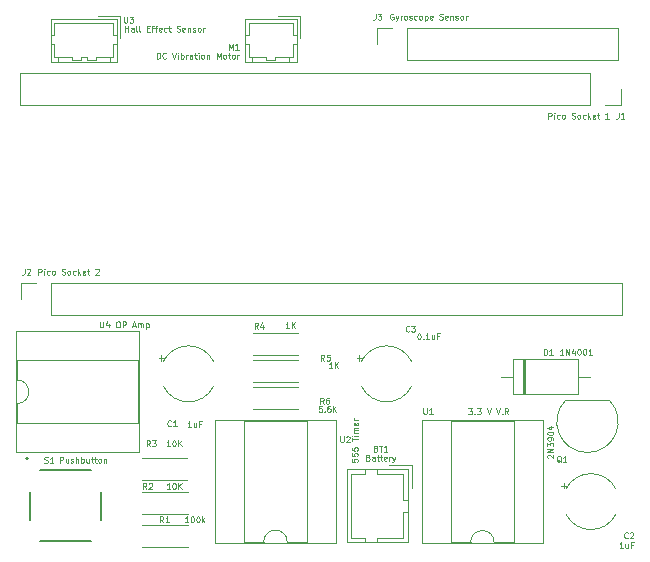
<source format=gbr>
%TF.GenerationSoftware,KiCad,Pcbnew,7.0.7*%
%TF.CreationDate,2023-10-19T14:55:39-04:00*%
%TF.ProjectId,Capstone-board-v1,43617073-746f-46e6-952d-626f6172642d,rev?*%
%TF.SameCoordinates,Original*%
%TF.FileFunction,Legend,Top*%
%TF.FilePolarity,Positive*%
%FSLAX46Y46*%
G04 Gerber Fmt 4.6, Leading zero omitted, Abs format (unit mm)*
G04 Created by KiCad (PCBNEW 7.0.7) date 2023-10-19 14:55:39*
%MOMM*%
%LPD*%
G01*
G04 APERTURE LIST*
%ADD10C,0.125000*%
%ADD11C,0.120000*%
%ADD12C,0.127000*%
%ADD13C,0.200000*%
G04 APERTURE END LIST*
D10*
X32202858Y-22576809D02*
X32202858Y-22076809D01*
X32202858Y-22314904D02*
X32488572Y-22314904D01*
X32488572Y-22576809D02*
X32488572Y-22076809D01*
X32940954Y-22576809D02*
X32940954Y-22314904D01*
X32940954Y-22314904D02*
X32917144Y-22267285D01*
X32917144Y-22267285D02*
X32869525Y-22243476D01*
X32869525Y-22243476D02*
X32774287Y-22243476D01*
X32774287Y-22243476D02*
X32726668Y-22267285D01*
X32940954Y-22553000D02*
X32893335Y-22576809D01*
X32893335Y-22576809D02*
X32774287Y-22576809D01*
X32774287Y-22576809D02*
X32726668Y-22553000D01*
X32726668Y-22553000D02*
X32702859Y-22505380D01*
X32702859Y-22505380D02*
X32702859Y-22457761D01*
X32702859Y-22457761D02*
X32726668Y-22410142D01*
X32726668Y-22410142D02*
X32774287Y-22386333D01*
X32774287Y-22386333D02*
X32893335Y-22386333D01*
X32893335Y-22386333D02*
X32940954Y-22362523D01*
X33250478Y-22576809D02*
X33202859Y-22553000D01*
X33202859Y-22553000D02*
X33179049Y-22505380D01*
X33179049Y-22505380D02*
X33179049Y-22076809D01*
X33512383Y-22576809D02*
X33464764Y-22553000D01*
X33464764Y-22553000D02*
X33440954Y-22505380D01*
X33440954Y-22505380D02*
X33440954Y-22076809D01*
X34083811Y-22314904D02*
X34250478Y-22314904D01*
X34321906Y-22576809D02*
X34083811Y-22576809D01*
X34083811Y-22576809D02*
X34083811Y-22076809D01*
X34083811Y-22076809D02*
X34321906Y-22076809D01*
X34464764Y-22243476D02*
X34655240Y-22243476D01*
X34536192Y-22576809D02*
X34536192Y-22148238D01*
X34536192Y-22148238D02*
X34560002Y-22100619D01*
X34560002Y-22100619D02*
X34607621Y-22076809D01*
X34607621Y-22076809D02*
X34655240Y-22076809D01*
X34750478Y-22243476D02*
X34940954Y-22243476D01*
X34821906Y-22576809D02*
X34821906Y-22148238D01*
X34821906Y-22148238D02*
X34845716Y-22100619D01*
X34845716Y-22100619D02*
X34893335Y-22076809D01*
X34893335Y-22076809D02*
X34940954Y-22076809D01*
X35298096Y-22553000D02*
X35250477Y-22576809D01*
X35250477Y-22576809D02*
X35155239Y-22576809D01*
X35155239Y-22576809D02*
X35107620Y-22553000D01*
X35107620Y-22553000D02*
X35083811Y-22505380D01*
X35083811Y-22505380D02*
X35083811Y-22314904D01*
X35083811Y-22314904D02*
X35107620Y-22267285D01*
X35107620Y-22267285D02*
X35155239Y-22243476D01*
X35155239Y-22243476D02*
X35250477Y-22243476D01*
X35250477Y-22243476D02*
X35298096Y-22267285D01*
X35298096Y-22267285D02*
X35321906Y-22314904D01*
X35321906Y-22314904D02*
X35321906Y-22362523D01*
X35321906Y-22362523D02*
X35083811Y-22410142D01*
X35750477Y-22553000D02*
X35702858Y-22576809D01*
X35702858Y-22576809D02*
X35607620Y-22576809D01*
X35607620Y-22576809D02*
X35560001Y-22553000D01*
X35560001Y-22553000D02*
X35536191Y-22529190D01*
X35536191Y-22529190D02*
X35512382Y-22481571D01*
X35512382Y-22481571D02*
X35512382Y-22338714D01*
X35512382Y-22338714D02*
X35536191Y-22291095D01*
X35536191Y-22291095D02*
X35560001Y-22267285D01*
X35560001Y-22267285D02*
X35607620Y-22243476D01*
X35607620Y-22243476D02*
X35702858Y-22243476D01*
X35702858Y-22243476D02*
X35750477Y-22267285D01*
X35893334Y-22243476D02*
X36083810Y-22243476D01*
X35964762Y-22076809D02*
X35964762Y-22505380D01*
X35964762Y-22505380D02*
X35988572Y-22553000D01*
X35988572Y-22553000D02*
X36036191Y-22576809D01*
X36036191Y-22576809D02*
X36083810Y-22576809D01*
X36607619Y-22553000D02*
X36679047Y-22576809D01*
X36679047Y-22576809D02*
X36798095Y-22576809D01*
X36798095Y-22576809D02*
X36845714Y-22553000D01*
X36845714Y-22553000D02*
X36869523Y-22529190D01*
X36869523Y-22529190D02*
X36893333Y-22481571D01*
X36893333Y-22481571D02*
X36893333Y-22433952D01*
X36893333Y-22433952D02*
X36869523Y-22386333D01*
X36869523Y-22386333D02*
X36845714Y-22362523D01*
X36845714Y-22362523D02*
X36798095Y-22338714D01*
X36798095Y-22338714D02*
X36702857Y-22314904D01*
X36702857Y-22314904D02*
X36655238Y-22291095D01*
X36655238Y-22291095D02*
X36631428Y-22267285D01*
X36631428Y-22267285D02*
X36607619Y-22219666D01*
X36607619Y-22219666D02*
X36607619Y-22172047D01*
X36607619Y-22172047D02*
X36631428Y-22124428D01*
X36631428Y-22124428D02*
X36655238Y-22100619D01*
X36655238Y-22100619D02*
X36702857Y-22076809D01*
X36702857Y-22076809D02*
X36821904Y-22076809D01*
X36821904Y-22076809D02*
X36893333Y-22100619D01*
X37298094Y-22553000D02*
X37250475Y-22576809D01*
X37250475Y-22576809D02*
X37155237Y-22576809D01*
X37155237Y-22576809D02*
X37107618Y-22553000D01*
X37107618Y-22553000D02*
X37083809Y-22505380D01*
X37083809Y-22505380D02*
X37083809Y-22314904D01*
X37083809Y-22314904D02*
X37107618Y-22267285D01*
X37107618Y-22267285D02*
X37155237Y-22243476D01*
X37155237Y-22243476D02*
X37250475Y-22243476D01*
X37250475Y-22243476D02*
X37298094Y-22267285D01*
X37298094Y-22267285D02*
X37321904Y-22314904D01*
X37321904Y-22314904D02*
X37321904Y-22362523D01*
X37321904Y-22362523D02*
X37083809Y-22410142D01*
X37536189Y-22243476D02*
X37536189Y-22576809D01*
X37536189Y-22291095D02*
X37559999Y-22267285D01*
X37559999Y-22267285D02*
X37607618Y-22243476D01*
X37607618Y-22243476D02*
X37679046Y-22243476D01*
X37679046Y-22243476D02*
X37726665Y-22267285D01*
X37726665Y-22267285D02*
X37750475Y-22314904D01*
X37750475Y-22314904D02*
X37750475Y-22576809D01*
X37964761Y-22553000D02*
X38012380Y-22576809D01*
X38012380Y-22576809D02*
X38107618Y-22576809D01*
X38107618Y-22576809D02*
X38155237Y-22553000D01*
X38155237Y-22553000D02*
X38179046Y-22505380D01*
X38179046Y-22505380D02*
X38179046Y-22481571D01*
X38179046Y-22481571D02*
X38155237Y-22433952D01*
X38155237Y-22433952D02*
X38107618Y-22410142D01*
X38107618Y-22410142D02*
X38036189Y-22410142D01*
X38036189Y-22410142D02*
X37988570Y-22386333D01*
X37988570Y-22386333D02*
X37964761Y-22338714D01*
X37964761Y-22338714D02*
X37964761Y-22314904D01*
X37964761Y-22314904D02*
X37988570Y-22267285D01*
X37988570Y-22267285D02*
X38036189Y-22243476D01*
X38036189Y-22243476D02*
X38107618Y-22243476D01*
X38107618Y-22243476D02*
X38155237Y-22267285D01*
X38464761Y-22576809D02*
X38417142Y-22553000D01*
X38417142Y-22553000D02*
X38393332Y-22529190D01*
X38393332Y-22529190D02*
X38369523Y-22481571D01*
X38369523Y-22481571D02*
X38369523Y-22338714D01*
X38369523Y-22338714D02*
X38393332Y-22291095D01*
X38393332Y-22291095D02*
X38417142Y-22267285D01*
X38417142Y-22267285D02*
X38464761Y-22243476D01*
X38464761Y-22243476D02*
X38536189Y-22243476D01*
X38536189Y-22243476D02*
X38583808Y-22267285D01*
X38583808Y-22267285D02*
X38607618Y-22291095D01*
X38607618Y-22291095D02*
X38631427Y-22338714D01*
X38631427Y-22338714D02*
X38631427Y-22481571D01*
X38631427Y-22481571D02*
X38607618Y-22529190D01*
X38607618Y-22529190D02*
X38583808Y-22553000D01*
X38583808Y-22553000D02*
X38536189Y-22576809D01*
X38536189Y-22576809D02*
X38464761Y-22576809D01*
X38845713Y-22576809D02*
X38845713Y-22243476D01*
X38845713Y-22338714D02*
X38869523Y-22291095D01*
X38869523Y-22291095D02*
X38893332Y-22267285D01*
X38893332Y-22267285D02*
X38940951Y-22243476D01*
X38940951Y-22243476D02*
X38988570Y-22243476D01*
X32131047Y-21314809D02*
X32131047Y-21719571D01*
X32131047Y-21719571D02*
X32154857Y-21767190D01*
X32154857Y-21767190D02*
X32178666Y-21791000D01*
X32178666Y-21791000D02*
X32226285Y-21814809D01*
X32226285Y-21814809D02*
X32321523Y-21814809D01*
X32321523Y-21814809D02*
X32369142Y-21791000D01*
X32369142Y-21791000D02*
X32392952Y-21767190D01*
X32392952Y-21767190D02*
X32416761Y-21719571D01*
X32416761Y-21719571D02*
X32416761Y-21314809D01*
X32607238Y-21314809D02*
X32916762Y-21314809D01*
X32916762Y-21314809D02*
X32750095Y-21505285D01*
X32750095Y-21505285D02*
X32821524Y-21505285D01*
X32821524Y-21505285D02*
X32869143Y-21529095D01*
X32869143Y-21529095D02*
X32892952Y-21552904D01*
X32892952Y-21552904D02*
X32916762Y-21600523D01*
X32916762Y-21600523D02*
X32916762Y-21719571D01*
X32916762Y-21719571D02*
X32892952Y-21767190D01*
X32892952Y-21767190D02*
X32869143Y-21791000D01*
X32869143Y-21791000D02*
X32821524Y-21814809D01*
X32821524Y-21814809D02*
X32678667Y-21814809D01*
X32678667Y-21814809D02*
X32631048Y-21791000D01*
X32631048Y-21791000D02*
X32607238Y-21767190D01*
X40997238Y-24100809D02*
X40997238Y-23600809D01*
X40997238Y-23600809D02*
X41163905Y-23957952D01*
X41163905Y-23957952D02*
X41330571Y-23600809D01*
X41330571Y-23600809D02*
X41330571Y-24100809D01*
X41830572Y-24100809D02*
X41544858Y-24100809D01*
X41687715Y-24100809D02*
X41687715Y-23600809D01*
X41687715Y-23600809D02*
X41640096Y-23672238D01*
X41640096Y-23672238D02*
X41592477Y-23719857D01*
X41592477Y-23719857D02*
X41544858Y-23743666D01*
X34901619Y-24862809D02*
X34901619Y-24362809D01*
X34901619Y-24362809D02*
X35020667Y-24362809D01*
X35020667Y-24362809D02*
X35092095Y-24386619D01*
X35092095Y-24386619D02*
X35139714Y-24434238D01*
X35139714Y-24434238D02*
X35163524Y-24481857D01*
X35163524Y-24481857D02*
X35187333Y-24577095D01*
X35187333Y-24577095D02*
X35187333Y-24648523D01*
X35187333Y-24648523D02*
X35163524Y-24743761D01*
X35163524Y-24743761D02*
X35139714Y-24791380D01*
X35139714Y-24791380D02*
X35092095Y-24839000D01*
X35092095Y-24839000D02*
X35020667Y-24862809D01*
X35020667Y-24862809D02*
X34901619Y-24862809D01*
X35687333Y-24815190D02*
X35663524Y-24839000D01*
X35663524Y-24839000D02*
X35592095Y-24862809D01*
X35592095Y-24862809D02*
X35544476Y-24862809D01*
X35544476Y-24862809D02*
X35473048Y-24839000D01*
X35473048Y-24839000D02*
X35425429Y-24791380D01*
X35425429Y-24791380D02*
X35401619Y-24743761D01*
X35401619Y-24743761D02*
X35377810Y-24648523D01*
X35377810Y-24648523D02*
X35377810Y-24577095D01*
X35377810Y-24577095D02*
X35401619Y-24481857D01*
X35401619Y-24481857D02*
X35425429Y-24434238D01*
X35425429Y-24434238D02*
X35473048Y-24386619D01*
X35473048Y-24386619D02*
X35544476Y-24362809D01*
X35544476Y-24362809D02*
X35592095Y-24362809D01*
X35592095Y-24362809D02*
X35663524Y-24386619D01*
X35663524Y-24386619D02*
X35687333Y-24410428D01*
X36211143Y-24362809D02*
X36377809Y-24862809D01*
X36377809Y-24862809D02*
X36544476Y-24362809D01*
X36711142Y-24862809D02*
X36711142Y-24529476D01*
X36711142Y-24362809D02*
X36687333Y-24386619D01*
X36687333Y-24386619D02*
X36711142Y-24410428D01*
X36711142Y-24410428D02*
X36734952Y-24386619D01*
X36734952Y-24386619D02*
X36711142Y-24362809D01*
X36711142Y-24362809D02*
X36711142Y-24410428D01*
X36949237Y-24862809D02*
X36949237Y-24362809D01*
X36949237Y-24553285D02*
X36996856Y-24529476D01*
X36996856Y-24529476D02*
X37092094Y-24529476D01*
X37092094Y-24529476D02*
X37139713Y-24553285D01*
X37139713Y-24553285D02*
X37163523Y-24577095D01*
X37163523Y-24577095D02*
X37187332Y-24624714D01*
X37187332Y-24624714D02*
X37187332Y-24767571D01*
X37187332Y-24767571D02*
X37163523Y-24815190D01*
X37163523Y-24815190D02*
X37139713Y-24839000D01*
X37139713Y-24839000D02*
X37092094Y-24862809D01*
X37092094Y-24862809D02*
X36996856Y-24862809D01*
X36996856Y-24862809D02*
X36949237Y-24839000D01*
X37401618Y-24862809D02*
X37401618Y-24529476D01*
X37401618Y-24624714D02*
X37425428Y-24577095D01*
X37425428Y-24577095D02*
X37449237Y-24553285D01*
X37449237Y-24553285D02*
X37496856Y-24529476D01*
X37496856Y-24529476D02*
X37544475Y-24529476D01*
X37925428Y-24862809D02*
X37925428Y-24600904D01*
X37925428Y-24600904D02*
X37901618Y-24553285D01*
X37901618Y-24553285D02*
X37853999Y-24529476D01*
X37853999Y-24529476D02*
X37758761Y-24529476D01*
X37758761Y-24529476D02*
X37711142Y-24553285D01*
X37925428Y-24839000D02*
X37877809Y-24862809D01*
X37877809Y-24862809D02*
X37758761Y-24862809D01*
X37758761Y-24862809D02*
X37711142Y-24839000D01*
X37711142Y-24839000D02*
X37687333Y-24791380D01*
X37687333Y-24791380D02*
X37687333Y-24743761D01*
X37687333Y-24743761D02*
X37711142Y-24696142D01*
X37711142Y-24696142D02*
X37758761Y-24672333D01*
X37758761Y-24672333D02*
X37877809Y-24672333D01*
X37877809Y-24672333D02*
X37925428Y-24648523D01*
X38092095Y-24529476D02*
X38282571Y-24529476D01*
X38163523Y-24362809D02*
X38163523Y-24791380D01*
X38163523Y-24791380D02*
X38187333Y-24839000D01*
X38187333Y-24839000D02*
X38234952Y-24862809D01*
X38234952Y-24862809D02*
X38282571Y-24862809D01*
X38449237Y-24862809D02*
X38449237Y-24529476D01*
X38449237Y-24362809D02*
X38425428Y-24386619D01*
X38425428Y-24386619D02*
X38449237Y-24410428D01*
X38449237Y-24410428D02*
X38473047Y-24386619D01*
X38473047Y-24386619D02*
X38449237Y-24362809D01*
X38449237Y-24362809D02*
X38449237Y-24410428D01*
X38758761Y-24862809D02*
X38711142Y-24839000D01*
X38711142Y-24839000D02*
X38687332Y-24815190D01*
X38687332Y-24815190D02*
X38663523Y-24767571D01*
X38663523Y-24767571D02*
X38663523Y-24624714D01*
X38663523Y-24624714D02*
X38687332Y-24577095D01*
X38687332Y-24577095D02*
X38711142Y-24553285D01*
X38711142Y-24553285D02*
X38758761Y-24529476D01*
X38758761Y-24529476D02*
X38830189Y-24529476D01*
X38830189Y-24529476D02*
X38877808Y-24553285D01*
X38877808Y-24553285D02*
X38901618Y-24577095D01*
X38901618Y-24577095D02*
X38925427Y-24624714D01*
X38925427Y-24624714D02*
X38925427Y-24767571D01*
X38925427Y-24767571D02*
X38901618Y-24815190D01*
X38901618Y-24815190D02*
X38877808Y-24839000D01*
X38877808Y-24839000D02*
X38830189Y-24862809D01*
X38830189Y-24862809D02*
X38758761Y-24862809D01*
X39139713Y-24529476D02*
X39139713Y-24862809D01*
X39139713Y-24577095D02*
X39163523Y-24553285D01*
X39163523Y-24553285D02*
X39211142Y-24529476D01*
X39211142Y-24529476D02*
X39282570Y-24529476D01*
X39282570Y-24529476D02*
X39330189Y-24553285D01*
X39330189Y-24553285D02*
X39353999Y-24600904D01*
X39353999Y-24600904D02*
X39353999Y-24862809D01*
X39973046Y-24862809D02*
X39973046Y-24362809D01*
X39973046Y-24362809D02*
X40139713Y-24719952D01*
X40139713Y-24719952D02*
X40306379Y-24362809D01*
X40306379Y-24362809D02*
X40306379Y-24862809D01*
X40615904Y-24862809D02*
X40568285Y-24839000D01*
X40568285Y-24839000D02*
X40544475Y-24815190D01*
X40544475Y-24815190D02*
X40520666Y-24767571D01*
X40520666Y-24767571D02*
X40520666Y-24624714D01*
X40520666Y-24624714D02*
X40544475Y-24577095D01*
X40544475Y-24577095D02*
X40568285Y-24553285D01*
X40568285Y-24553285D02*
X40615904Y-24529476D01*
X40615904Y-24529476D02*
X40687332Y-24529476D01*
X40687332Y-24529476D02*
X40734951Y-24553285D01*
X40734951Y-24553285D02*
X40758761Y-24577095D01*
X40758761Y-24577095D02*
X40782570Y-24624714D01*
X40782570Y-24624714D02*
X40782570Y-24767571D01*
X40782570Y-24767571D02*
X40758761Y-24815190D01*
X40758761Y-24815190D02*
X40734951Y-24839000D01*
X40734951Y-24839000D02*
X40687332Y-24862809D01*
X40687332Y-24862809D02*
X40615904Y-24862809D01*
X40925428Y-24529476D02*
X41115904Y-24529476D01*
X40996856Y-24362809D02*
X40996856Y-24791380D01*
X40996856Y-24791380D02*
X41020666Y-24839000D01*
X41020666Y-24839000D02*
X41068285Y-24862809D01*
X41068285Y-24862809D02*
X41115904Y-24862809D01*
X41353999Y-24862809D02*
X41306380Y-24839000D01*
X41306380Y-24839000D02*
X41282570Y-24815190D01*
X41282570Y-24815190D02*
X41258761Y-24767571D01*
X41258761Y-24767571D02*
X41258761Y-24624714D01*
X41258761Y-24624714D02*
X41282570Y-24577095D01*
X41282570Y-24577095D02*
X41306380Y-24553285D01*
X41306380Y-24553285D02*
X41353999Y-24529476D01*
X41353999Y-24529476D02*
X41425427Y-24529476D01*
X41425427Y-24529476D02*
X41473046Y-24553285D01*
X41473046Y-24553285D02*
X41496856Y-24577095D01*
X41496856Y-24577095D02*
X41520665Y-24624714D01*
X41520665Y-24624714D02*
X41520665Y-24767571D01*
X41520665Y-24767571D02*
X41496856Y-24815190D01*
X41496856Y-24815190D02*
X41473046Y-24839000D01*
X41473046Y-24839000D02*
X41425427Y-24862809D01*
X41425427Y-24862809D02*
X41353999Y-24862809D01*
X41734951Y-24862809D02*
X41734951Y-24529476D01*
X41734951Y-24624714D02*
X41758761Y-24577095D01*
X41758761Y-24577095D02*
X41782570Y-24553285D01*
X41782570Y-24553285D02*
X41830189Y-24529476D01*
X41830189Y-24529476D02*
X41877808Y-24529476D01*
X25399048Y-59071000D02*
X25470476Y-59094809D01*
X25470476Y-59094809D02*
X25589524Y-59094809D01*
X25589524Y-59094809D02*
X25637143Y-59071000D01*
X25637143Y-59071000D02*
X25660952Y-59047190D01*
X25660952Y-59047190D02*
X25684762Y-58999571D01*
X25684762Y-58999571D02*
X25684762Y-58951952D01*
X25684762Y-58951952D02*
X25660952Y-58904333D01*
X25660952Y-58904333D02*
X25637143Y-58880523D01*
X25637143Y-58880523D02*
X25589524Y-58856714D01*
X25589524Y-58856714D02*
X25494286Y-58832904D01*
X25494286Y-58832904D02*
X25446667Y-58809095D01*
X25446667Y-58809095D02*
X25422857Y-58785285D01*
X25422857Y-58785285D02*
X25399048Y-58737666D01*
X25399048Y-58737666D02*
X25399048Y-58690047D01*
X25399048Y-58690047D02*
X25422857Y-58642428D01*
X25422857Y-58642428D02*
X25446667Y-58618619D01*
X25446667Y-58618619D02*
X25494286Y-58594809D01*
X25494286Y-58594809D02*
X25613333Y-58594809D01*
X25613333Y-58594809D02*
X25684762Y-58618619D01*
X26160952Y-59094809D02*
X25875238Y-59094809D01*
X26018095Y-59094809D02*
X26018095Y-58594809D01*
X26018095Y-58594809D02*
X25970476Y-58666238D01*
X25970476Y-58666238D02*
X25922857Y-58713857D01*
X25922857Y-58713857D02*
X25875238Y-58737666D01*
X26693809Y-59074809D02*
X26693809Y-58574809D01*
X26693809Y-58574809D02*
X26884285Y-58574809D01*
X26884285Y-58574809D02*
X26931904Y-58598619D01*
X26931904Y-58598619D02*
X26955714Y-58622428D01*
X26955714Y-58622428D02*
X26979523Y-58670047D01*
X26979523Y-58670047D02*
X26979523Y-58741476D01*
X26979523Y-58741476D02*
X26955714Y-58789095D01*
X26955714Y-58789095D02*
X26931904Y-58812904D01*
X26931904Y-58812904D02*
X26884285Y-58836714D01*
X26884285Y-58836714D02*
X26693809Y-58836714D01*
X27408095Y-58741476D02*
X27408095Y-59074809D01*
X27193809Y-58741476D02*
X27193809Y-59003380D01*
X27193809Y-59003380D02*
X27217619Y-59051000D01*
X27217619Y-59051000D02*
X27265238Y-59074809D01*
X27265238Y-59074809D02*
X27336666Y-59074809D01*
X27336666Y-59074809D02*
X27384285Y-59051000D01*
X27384285Y-59051000D02*
X27408095Y-59027190D01*
X27622381Y-59051000D02*
X27670000Y-59074809D01*
X27670000Y-59074809D02*
X27765238Y-59074809D01*
X27765238Y-59074809D02*
X27812857Y-59051000D01*
X27812857Y-59051000D02*
X27836666Y-59003380D01*
X27836666Y-59003380D02*
X27836666Y-58979571D01*
X27836666Y-58979571D02*
X27812857Y-58931952D01*
X27812857Y-58931952D02*
X27765238Y-58908142D01*
X27765238Y-58908142D02*
X27693809Y-58908142D01*
X27693809Y-58908142D02*
X27646190Y-58884333D01*
X27646190Y-58884333D02*
X27622381Y-58836714D01*
X27622381Y-58836714D02*
X27622381Y-58812904D01*
X27622381Y-58812904D02*
X27646190Y-58765285D01*
X27646190Y-58765285D02*
X27693809Y-58741476D01*
X27693809Y-58741476D02*
X27765238Y-58741476D01*
X27765238Y-58741476D02*
X27812857Y-58765285D01*
X28050952Y-59074809D02*
X28050952Y-58574809D01*
X28265238Y-59074809D02*
X28265238Y-58812904D01*
X28265238Y-58812904D02*
X28241428Y-58765285D01*
X28241428Y-58765285D02*
X28193809Y-58741476D01*
X28193809Y-58741476D02*
X28122381Y-58741476D01*
X28122381Y-58741476D02*
X28074762Y-58765285D01*
X28074762Y-58765285D02*
X28050952Y-58789095D01*
X28503333Y-59074809D02*
X28503333Y-58574809D01*
X28503333Y-58765285D02*
X28550952Y-58741476D01*
X28550952Y-58741476D02*
X28646190Y-58741476D01*
X28646190Y-58741476D02*
X28693809Y-58765285D01*
X28693809Y-58765285D02*
X28717619Y-58789095D01*
X28717619Y-58789095D02*
X28741428Y-58836714D01*
X28741428Y-58836714D02*
X28741428Y-58979571D01*
X28741428Y-58979571D02*
X28717619Y-59027190D01*
X28717619Y-59027190D02*
X28693809Y-59051000D01*
X28693809Y-59051000D02*
X28646190Y-59074809D01*
X28646190Y-59074809D02*
X28550952Y-59074809D01*
X28550952Y-59074809D02*
X28503333Y-59051000D01*
X29170000Y-58741476D02*
X29170000Y-59074809D01*
X28955714Y-58741476D02*
X28955714Y-59003380D01*
X28955714Y-59003380D02*
X28979524Y-59051000D01*
X28979524Y-59051000D02*
X29027143Y-59074809D01*
X29027143Y-59074809D02*
X29098571Y-59074809D01*
X29098571Y-59074809D02*
X29146190Y-59051000D01*
X29146190Y-59051000D02*
X29170000Y-59027190D01*
X29336667Y-58741476D02*
X29527143Y-58741476D01*
X29408095Y-58574809D02*
X29408095Y-59003380D01*
X29408095Y-59003380D02*
X29431905Y-59051000D01*
X29431905Y-59051000D02*
X29479524Y-59074809D01*
X29479524Y-59074809D02*
X29527143Y-59074809D01*
X29622381Y-58741476D02*
X29812857Y-58741476D01*
X29693809Y-58574809D02*
X29693809Y-59003380D01*
X29693809Y-59003380D02*
X29717619Y-59051000D01*
X29717619Y-59051000D02*
X29765238Y-59074809D01*
X29765238Y-59074809D02*
X29812857Y-59074809D01*
X30050952Y-59074809D02*
X30003333Y-59051000D01*
X30003333Y-59051000D02*
X29979523Y-59027190D01*
X29979523Y-59027190D02*
X29955714Y-58979571D01*
X29955714Y-58979571D02*
X29955714Y-58836714D01*
X29955714Y-58836714D02*
X29979523Y-58789095D01*
X29979523Y-58789095D02*
X30003333Y-58765285D01*
X30003333Y-58765285D02*
X30050952Y-58741476D01*
X30050952Y-58741476D02*
X30122380Y-58741476D01*
X30122380Y-58741476D02*
X30169999Y-58765285D01*
X30169999Y-58765285D02*
X30193809Y-58789095D01*
X30193809Y-58789095D02*
X30217618Y-58836714D01*
X30217618Y-58836714D02*
X30217618Y-58979571D01*
X30217618Y-58979571D02*
X30193809Y-59027190D01*
X30193809Y-59027190D02*
X30169999Y-59051000D01*
X30169999Y-59051000D02*
X30122380Y-59074809D01*
X30122380Y-59074809D02*
X30050952Y-59074809D01*
X30431904Y-58741476D02*
X30431904Y-59074809D01*
X30431904Y-58789095D02*
X30455714Y-58765285D01*
X30455714Y-58765285D02*
X30503333Y-58741476D01*
X30503333Y-58741476D02*
X30574761Y-58741476D01*
X30574761Y-58741476D02*
X30622380Y-58765285D01*
X30622380Y-58765285D02*
X30646190Y-58812904D01*
X30646190Y-58812904D02*
X30646190Y-59074809D01*
X69142380Y-59052428D02*
X69094761Y-59028619D01*
X69094761Y-59028619D02*
X69047142Y-58981000D01*
X69047142Y-58981000D02*
X68975714Y-58909571D01*
X68975714Y-58909571D02*
X68928095Y-58885761D01*
X68928095Y-58885761D02*
X68880476Y-58885761D01*
X68904285Y-59004809D02*
X68856666Y-58981000D01*
X68856666Y-58981000D02*
X68809047Y-58933380D01*
X68809047Y-58933380D02*
X68785238Y-58838142D01*
X68785238Y-58838142D02*
X68785238Y-58671476D01*
X68785238Y-58671476D02*
X68809047Y-58576238D01*
X68809047Y-58576238D02*
X68856666Y-58528619D01*
X68856666Y-58528619D02*
X68904285Y-58504809D01*
X68904285Y-58504809D02*
X68999523Y-58504809D01*
X68999523Y-58504809D02*
X69047142Y-58528619D01*
X69047142Y-58528619D02*
X69094761Y-58576238D01*
X69094761Y-58576238D02*
X69118571Y-58671476D01*
X69118571Y-58671476D02*
X69118571Y-58838142D01*
X69118571Y-58838142D02*
X69094761Y-58933380D01*
X69094761Y-58933380D02*
X69047142Y-58981000D01*
X69047142Y-58981000D02*
X68999523Y-59004809D01*
X68999523Y-59004809D02*
X68904285Y-59004809D01*
X69594762Y-59004809D02*
X69309048Y-59004809D01*
X69451905Y-59004809D02*
X69451905Y-58504809D01*
X69451905Y-58504809D02*
X69404286Y-58576238D01*
X69404286Y-58576238D02*
X69356667Y-58623857D01*
X69356667Y-58623857D02*
X69309048Y-58647666D01*
X68032428Y-58687141D02*
X68008619Y-58663332D01*
X68008619Y-58663332D02*
X67984809Y-58615713D01*
X67984809Y-58615713D02*
X67984809Y-58496665D01*
X67984809Y-58496665D02*
X68008619Y-58449046D01*
X68008619Y-58449046D02*
X68032428Y-58425237D01*
X68032428Y-58425237D02*
X68080047Y-58401427D01*
X68080047Y-58401427D02*
X68127666Y-58401427D01*
X68127666Y-58401427D02*
X68199095Y-58425237D01*
X68199095Y-58425237D02*
X68484809Y-58710951D01*
X68484809Y-58710951D02*
X68484809Y-58401427D01*
X68484809Y-58187142D02*
X67984809Y-58187142D01*
X67984809Y-58187142D02*
X68484809Y-57901428D01*
X68484809Y-57901428D02*
X67984809Y-57901428D01*
X67984809Y-57710951D02*
X67984809Y-57401427D01*
X67984809Y-57401427D02*
X68175285Y-57568094D01*
X68175285Y-57568094D02*
X68175285Y-57496665D01*
X68175285Y-57496665D02*
X68199095Y-57449046D01*
X68199095Y-57449046D02*
X68222904Y-57425237D01*
X68222904Y-57425237D02*
X68270523Y-57401427D01*
X68270523Y-57401427D02*
X68389571Y-57401427D01*
X68389571Y-57401427D02*
X68437190Y-57425237D01*
X68437190Y-57425237D02*
X68461000Y-57449046D01*
X68461000Y-57449046D02*
X68484809Y-57496665D01*
X68484809Y-57496665D02*
X68484809Y-57639522D01*
X68484809Y-57639522D02*
X68461000Y-57687141D01*
X68461000Y-57687141D02*
X68437190Y-57710951D01*
X68484809Y-57163332D02*
X68484809Y-57068094D01*
X68484809Y-57068094D02*
X68461000Y-57020475D01*
X68461000Y-57020475D02*
X68437190Y-56996666D01*
X68437190Y-56996666D02*
X68365761Y-56949047D01*
X68365761Y-56949047D02*
X68270523Y-56925237D01*
X68270523Y-56925237D02*
X68080047Y-56925237D01*
X68080047Y-56925237D02*
X68032428Y-56949047D01*
X68032428Y-56949047D02*
X68008619Y-56972856D01*
X68008619Y-56972856D02*
X67984809Y-57020475D01*
X67984809Y-57020475D02*
X67984809Y-57115713D01*
X67984809Y-57115713D02*
X68008619Y-57163332D01*
X68008619Y-57163332D02*
X68032428Y-57187142D01*
X68032428Y-57187142D02*
X68080047Y-57210951D01*
X68080047Y-57210951D02*
X68199095Y-57210951D01*
X68199095Y-57210951D02*
X68246714Y-57187142D01*
X68246714Y-57187142D02*
X68270523Y-57163332D01*
X68270523Y-57163332D02*
X68294333Y-57115713D01*
X68294333Y-57115713D02*
X68294333Y-57020475D01*
X68294333Y-57020475D02*
X68270523Y-56972856D01*
X68270523Y-56972856D02*
X68246714Y-56949047D01*
X68246714Y-56949047D02*
X68199095Y-56925237D01*
X67984809Y-56615714D02*
X67984809Y-56568095D01*
X67984809Y-56568095D02*
X68008619Y-56520476D01*
X68008619Y-56520476D02*
X68032428Y-56496666D01*
X68032428Y-56496666D02*
X68080047Y-56472857D01*
X68080047Y-56472857D02*
X68175285Y-56449047D01*
X68175285Y-56449047D02*
X68294333Y-56449047D01*
X68294333Y-56449047D02*
X68389571Y-56472857D01*
X68389571Y-56472857D02*
X68437190Y-56496666D01*
X68437190Y-56496666D02*
X68461000Y-56520476D01*
X68461000Y-56520476D02*
X68484809Y-56568095D01*
X68484809Y-56568095D02*
X68484809Y-56615714D01*
X68484809Y-56615714D02*
X68461000Y-56663333D01*
X68461000Y-56663333D02*
X68437190Y-56687142D01*
X68437190Y-56687142D02*
X68389571Y-56710952D01*
X68389571Y-56710952D02*
X68294333Y-56734761D01*
X68294333Y-56734761D02*
X68175285Y-56734761D01*
X68175285Y-56734761D02*
X68080047Y-56710952D01*
X68080047Y-56710952D02*
X68032428Y-56687142D01*
X68032428Y-56687142D02*
X68008619Y-56663333D01*
X68008619Y-56663333D02*
X67984809Y-56615714D01*
X68151476Y-56020476D02*
X68484809Y-56020476D01*
X67961000Y-56139524D02*
X68318142Y-56258571D01*
X68318142Y-56258571D02*
X68318142Y-55949048D01*
X46112857Y-47684809D02*
X45827143Y-47684809D01*
X45970000Y-47684809D02*
X45970000Y-47184809D01*
X45970000Y-47184809D02*
X45922381Y-47256238D01*
X45922381Y-47256238D02*
X45874762Y-47303857D01*
X45874762Y-47303857D02*
X45827143Y-47327666D01*
X46327142Y-47684809D02*
X46327142Y-47184809D01*
X46612856Y-47684809D02*
X46398571Y-47399095D01*
X46612856Y-47184809D02*
X46327142Y-47470523D01*
X43476666Y-47724809D02*
X43310000Y-47486714D01*
X43190952Y-47724809D02*
X43190952Y-47224809D01*
X43190952Y-47224809D02*
X43381428Y-47224809D01*
X43381428Y-47224809D02*
X43429047Y-47248619D01*
X43429047Y-47248619D02*
X43452857Y-47272428D01*
X43452857Y-47272428D02*
X43476666Y-47320047D01*
X43476666Y-47320047D02*
X43476666Y-47391476D01*
X43476666Y-47391476D02*
X43452857Y-47439095D01*
X43452857Y-47439095D02*
X43429047Y-47462904D01*
X43429047Y-47462904D02*
X43381428Y-47486714D01*
X43381428Y-47486714D02*
X43190952Y-47486714D01*
X43905238Y-47391476D02*
X43905238Y-47724809D01*
X43786190Y-47201000D02*
X43667143Y-47558142D01*
X43667143Y-47558142D02*
X43976666Y-47558142D01*
X51424809Y-58759522D02*
X51424809Y-58997617D01*
X51424809Y-58997617D02*
X51662904Y-59021426D01*
X51662904Y-59021426D02*
X51639095Y-58997617D01*
X51639095Y-58997617D02*
X51615285Y-58949998D01*
X51615285Y-58949998D02*
X51615285Y-58830950D01*
X51615285Y-58830950D02*
X51639095Y-58783331D01*
X51639095Y-58783331D02*
X51662904Y-58759522D01*
X51662904Y-58759522D02*
X51710523Y-58735712D01*
X51710523Y-58735712D02*
X51829571Y-58735712D01*
X51829571Y-58735712D02*
X51877190Y-58759522D01*
X51877190Y-58759522D02*
X51901000Y-58783331D01*
X51901000Y-58783331D02*
X51924809Y-58830950D01*
X51924809Y-58830950D02*
X51924809Y-58949998D01*
X51924809Y-58949998D02*
X51901000Y-58997617D01*
X51901000Y-58997617D02*
X51877190Y-59021426D01*
X51424809Y-58283332D02*
X51424809Y-58521427D01*
X51424809Y-58521427D02*
X51662904Y-58545236D01*
X51662904Y-58545236D02*
X51639095Y-58521427D01*
X51639095Y-58521427D02*
X51615285Y-58473808D01*
X51615285Y-58473808D02*
X51615285Y-58354760D01*
X51615285Y-58354760D02*
X51639095Y-58307141D01*
X51639095Y-58307141D02*
X51662904Y-58283332D01*
X51662904Y-58283332D02*
X51710523Y-58259522D01*
X51710523Y-58259522D02*
X51829571Y-58259522D01*
X51829571Y-58259522D02*
X51877190Y-58283332D01*
X51877190Y-58283332D02*
X51901000Y-58307141D01*
X51901000Y-58307141D02*
X51924809Y-58354760D01*
X51924809Y-58354760D02*
X51924809Y-58473808D01*
X51924809Y-58473808D02*
X51901000Y-58521427D01*
X51901000Y-58521427D02*
X51877190Y-58545236D01*
X51424809Y-57807142D02*
X51424809Y-58045237D01*
X51424809Y-58045237D02*
X51662904Y-58069046D01*
X51662904Y-58069046D02*
X51639095Y-58045237D01*
X51639095Y-58045237D02*
X51615285Y-57997618D01*
X51615285Y-57997618D02*
X51615285Y-57878570D01*
X51615285Y-57878570D02*
X51639095Y-57830951D01*
X51639095Y-57830951D02*
X51662904Y-57807142D01*
X51662904Y-57807142D02*
X51710523Y-57783332D01*
X51710523Y-57783332D02*
X51829571Y-57783332D01*
X51829571Y-57783332D02*
X51877190Y-57807142D01*
X51877190Y-57807142D02*
X51901000Y-57830951D01*
X51901000Y-57830951D02*
X51924809Y-57878570D01*
X51924809Y-57878570D02*
X51924809Y-57997618D01*
X51924809Y-57997618D02*
X51901000Y-58045237D01*
X51901000Y-58045237D02*
X51877190Y-58069046D01*
X51424809Y-57259523D02*
X51424809Y-56973809D01*
X51924809Y-57116666D02*
X51424809Y-57116666D01*
X51924809Y-56807143D02*
X51591476Y-56807143D01*
X51424809Y-56807143D02*
X51448619Y-56830952D01*
X51448619Y-56830952D02*
X51472428Y-56807143D01*
X51472428Y-56807143D02*
X51448619Y-56783333D01*
X51448619Y-56783333D02*
X51424809Y-56807143D01*
X51424809Y-56807143D02*
X51472428Y-56807143D01*
X51924809Y-56569048D02*
X51591476Y-56569048D01*
X51639095Y-56569048D02*
X51615285Y-56545238D01*
X51615285Y-56545238D02*
X51591476Y-56497619D01*
X51591476Y-56497619D02*
X51591476Y-56426191D01*
X51591476Y-56426191D02*
X51615285Y-56378572D01*
X51615285Y-56378572D02*
X51662904Y-56354762D01*
X51662904Y-56354762D02*
X51924809Y-56354762D01*
X51662904Y-56354762D02*
X51615285Y-56330953D01*
X51615285Y-56330953D02*
X51591476Y-56283334D01*
X51591476Y-56283334D02*
X51591476Y-56211905D01*
X51591476Y-56211905D02*
X51615285Y-56164286D01*
X51615285Y-56164286D02*
X51662904Y-56140476D01*
X51662904Y-56140476D02*
X51924809Y-56140476D01*
X51901000Y-55711905D02*
X51924809Y-55759524D01*
X51924809Y-55759524D02*
X51924809Y-55854762D01*
X51924809Y-55854762D02*
X51901000Y-55902381D01*
X51901000Y-55902381D02*
X51853380Y-55926190D01*
X51853380Y-55926190D02*
X51662904Y-55926190D01*
X51662904Y-55926190D02*
X51615285Y-55902381D01*
X51615285Y-55902381D02*
X51591476Y-55854762D01*
X51591476Y-55854762D02*
X51591476Y-55759524D01*
X51591476Y-55759524D02*
X51615285Y-55711905D01*
X51615285Y-55711905D02*
X51662904Y-55688095D01*
X51662904Y-55688095D02*
X51710523Y-55688095D01*
X51710523Y-55688095D02*
X51758142Y-55926190D01*
X51924809Y-55473810D02*
X51591476Y-55473810D01*
X51686714Y-55473810D02*
X51639095Y-55450000D01*
X51639095Y-55450000D02*
X51615285Y-55426191D01*
X51615285Y-55426191D02*
X51591476Y-55378572D01*
X51591476Y-55378572D02*
X51591476Y-55330953D01*
X50449047Y-56844809D02*
X50449047Y-57249571D01*
X50449047Y-57249571D02*
X50472857Y-57297190D01*
X50472857Y-57297190D02*
X50496666Y-57321000D01*
X50496666Y-57321000D02*
X50544285Y-57344809D01*
X50544285Y-57344809D02*
X50639523Y-57344809D01*
X50639523Y-57344809D02*
X50687142Y-57321000D01*
X50687142Y-57321000D02*
X50710952Y-57297190D01*
X50710952Y-57297190D02*
X50734761Y-57249571D01*
X50734761Y-57249571D02*
X50734761Y-56844809D01*
X50949048Y-56892428D02*
X50972857Y-56868619D01*
X50972857Y-56868619D02*
X51020476Y-56844809D01*
X51020476Y-56844809D02*
X51139524Y-56844809D01*
X51139524Y-56844809D02*
X51187143Y-56868619D01*
X51187143Y-56868619D02*
X51210952Y-56892428D01*
X51210952Y-56892428D02*
X51234762Y-56940047D01*
X51234762Y-56940047D02*
X51234762Y-56987666D01*
X51234762Y-56987666D02*
X51210952Y-57059095D01*
X51210952Y-57059095D02*
X50925238Y-57344809D01*
X50925238Y-57344809D02*
X51234762Y-57344809D01*
X61297620Y-54484809D02*
X61607144Y-54484809D01*
X61607144Y-54484809D02*
X61440477Y-54675285D01*
X61440477Y-54675285D02*
X61511906Y-54675285D01*
X61511906Y-54675285D02*
X61559525Y-54699095D01*
X61559525Y-54699095D02*
X61583334Y-54722904D01*
X61583334Y-54722904D02*
X61607144Y-54770523D01*
X61607144Y-54770523D02*
X61607144Y-54889571D01*
X61607144Y-54889571D02*
X61583334Y-54937190D01*
X61583334Y-54937190D02*
X61559525Y-54961000D01*
X61559525Y-54961000D02*
X61511906Y-54984809D01*
X61511906Y-54984809D02*
X61369049Y-54984809D01*
X61369049Y-54984809D02*
X61321430Y-54961000D01*
X61321430Y-54961000D02*
X61297620Y-54937190D01*
X61821429Y-54937190D02*
X61845239Y-54961000D01*
X61845239Y-54961000D02*
X61821429Y-54984809D01*
X61821429Y-54984809D02*
X61797620Y-54961000D01*
X61797620Y-54961000D02*
X61821429Y-54937190D01*
X61821429Y-54937190D02*
X61821429Y-54984809D01*
X62011905Y-54484809D02*
X62321429Y-54484809D01*
X62321429Y-54484809D02*
X62154762Y-54675285D01*
X62154762Y-54675285D02*
X62226191Y-54675285D01*
X62226191Y-54675285D02*
X62273810Y-54699095D01*
X62273810Y-54699095D02*
X62297619Y-54722904D01*
X62297619Y-54722904D02*
X62321429Y-54770523D01*
X62321429Y-54770523D02*
X62321429Y-54889571D01*
X62321429Y-54889571D02*
X62297619Y-54937190D01*
X62297619Y-54937190D02*
X62273810Y-54961000D01*
X62273810Y-54961000D02*
X62226191Y-54984809D01*
X62226191Y-54984809D02*
X62083334Y-54984809D01*
X62083334Y-54984809D02*
X62035715Y-54961000D01*
X62035715Y-54961000D02*
X62011905Y-54937190D01*
X62845238Y-54484809D02*
X63011904Y-54984809D01*
X63011904Y-54984809D02*
X63178571Y-54484809D01*
X63654761Y-54484809D02*
X63821427Y-54984809D01*
X63821427Y-54984809D02*
X63988094Y-54484809D01*
X64154760Y-54937190D02*
X64178570Y-54961000D01*
X64178570Y-54961000D02*
X64154760Y-54984809D01*
X64154760Y-54984809D02*
X64130951Y-54961000D01*
X64130951Y-54961000D02*
X64154760Y-54937190D01*
X64154760Y-54937190D02*
X64154760Y-54984809D01*
X64678569Y-54984809D02*
X64511903Y-54746714D01*
X64392855Y-54984809D02*
X64392855Y-54484809D01*
X64392855Y-54484809D02*
X64583331Y-54484809D01*
X64583331Y-54484809D02*
X64630950Y-54508619D01*
X64630950Y-54508619D02*
X64654760Y-54532428D01*
X64654760Y-54532428D02*
X64678569Y-54580047D01*
X64678569Y-54580047D02*
X64678569Y-54651476D01*
X64678569Y-54651476D02*
X64654760Y-54699095D01*
X64654760Y-54699095D02*
X64630950Y-54722904D01*
X64630950Y-54722904D02*
X64583331Y-54746714D01*
X64583331Y-54746714D02*
X64392855Y-54746714D01*
X57489047Y-54454809D02*
X57489047Y-54859571D01*
X57489047Y-54859571D02*
X57512857Y-54907190D01*
X57512857Y-54907190D02*
X57536666Y-54931000D01*
X57536666Y-54931000D02*
X57584285Y-54954809D01*
X57584285Y-54954809D02*
X57679523Y-54954809D01*
X57679523Y-54954809D02*
X57727142Y-54931000D01*
X57727142Y-54931000D02*
X57750952Y-54907190D01*
X57750952Y-54907190D02*
X57774761Y-54859571D01*
X57774761Y-54859571D02*
X57774761Y-54454809D01*
X58274762Y-54954809D02*
X57989048Y-54954809D01*
X58131905Y-54954809D02*
X58131905Y-54454809D01*
X58131905Y-54454809D02*
X58084286Y-54526238D01*
X58084286Y-54526238D02*
X58036667Y-54573857D01*
X58036667Y-54573857D02*
X57989048Y-54597666D01*
X37802381Y-56074809D02*
X37516667Y-56074809D01*
X37659524Y-56074809D02*
X37659524Y-55574809D01*
X37659524Y-55574809D02*
X37611905Y-55646238D01*
X37611905Y-55646238D02*
X37564286Y-55693857D01*
X37564286Y-55693857D02*
X37516667Y-55717666D01*
X38230952Y-55741476D02*
X38230952Y-56074809D01*
X38016666Y-55741476D02*
X38016666Y-56003380D01*
X38016666Y-56003380D02*
X38040476Y-56051000D01*
X38040476Y-56051000D02*
X38088095Y-56074809D01*
X38088095Y-56074809D02*
X38159523Y-56074809D01*
X38159523Y-56074809D02*
X38207142Y-56051000D01*
X38207142Y-56051000D02*
X38230952Y-56027190D01*
X38635714Y-55812904D02*
X38469047Y-55812904D01*
X38469047Y-56074809D02*
X38469047Y-55574809D01*
X38469047Y-55574809D02*
X38707142Y-55574809D01*
X36106666Y-55957190D02*
X36082857Y-55981000D01*
X36082857Y-55981000D02*
X36011428Y-56004809D01*
X36011428Y-56004809D02*
X35963809Y-56004809D01*
X35963809Y-56004809D02*
X35892381Y-55981000D01*
X35892381Y-55981000D02*
X35844762Y-55933380D01*
X35844762Y-55933380D02*
X35820952Y-55885761D01*
X35820952Y-55885761D02*
X35797143Y-55790523D01*
X35797143Y-55790523D02*
X35797143Y-55719095D01*
X35797143Y-55719095D02*
X35820952Y-55623857D01*
X35820952Y-55623857D02*
X35844762Y-55576238D01*
X35844762Y-55576238D02*
X35892381Y-55528619D01*
X35892381Y-55528619D02*
X35963809Y-55504809D01*
X35963809Y-55504809D02*
X36011428Y-55504809D01*
X36011428Y-55504809D02*
X36082857Y-55528619D01*
X36082857Y-55528619D02*
X36106666Y-55552428D01*
X36582857Y-56004809D02*
X36297143Y-56004809D01*
X36440000Y-56004809D02*
X36440000Y-55504809D01*
X36440000Y-55504809D02*
X36392381Y-55576238D01*
X36392381Y-55576238D02*
X36344762Y-55623857D01*
X36344762Y-55623857D02*
X36297143Y-55647666D01*
X48881905Y-54284809D02*
X48643810Y-54284809D01*
X48643810Y-54284809D02*
X48620001Y-54522904D01*
X48620001Y-54522904D02*
X48643810Y-54499095D01*
X48643810Y-54499095D02*
X48691429Y-54475285D01*
X48691429Y-54475285D02*
X48810477Y-54475285D01*
X48810477Y-54475285D02*
X48858096Y-54499095D01*
X48858096Y-54499095D02*
X48881905Y-54522904D01*
X48881905Y-54522904D02*
X48905715Y-54570523D01*
X48905715Y-54570523D02*
X48905715Y-54689571D01*
X48905715Y-54689571D02*
X48881905Y-54737190D01*
X48881905Y-54737190D02*
X48858096Y-54761000D01*
X48858096Y-54761000D02*
X48810477Y-54784809D01*
X48810477Y-54784809D02*
X48691429Y-54784809D01*
X48691429Y-54784809D02*
X48643810Y-54761000D01*
X48643810Y-54761000D02*
X48620001Y-54737190D01*
X49120000Y-54737190D02*
X49143810Y-54761000D01*
X49143810Y-54761000D02*
X49120000Y-54784809D01*
X49120000Y-54784809D02*
X49096191Y-54761000D01*
X49096191Y-54761000D02*
X49120000Y-54737190D01*
X49120000Y-54737190D02*
X49120000Y-54784809D01*
X49572381Y-54284809D02*
X49477143Y-54284809D01*
X49477143Y-54284809D02*
X49429524Y-54308619D01*
X49429524Y-54308619D02*
X49405714Y-54332428D01*
X49405714Y-54332428D02*
X49358095Y-54403857D01*
X49358095Y-54403857D02*
X49334286Y-54499095D01*
X49334286Y-54499095D02*
X49334286Y-54689571D01*
X49334286Y-54689571D02*
X49358095Y-54737190D01*
X49358095Y-54737190D02*
X49381905Y-54761000D01*
X49381905Y-54761000D02*
X49429524Y-54784809D01*
X49429524Y-54784809D02*
X49524762Y-54784809D01*
X49524762Y-54784809D02*
X49572381Y-54761000D01*
X49572381Y-54761000D02*
X49596190Y-54737190D01*
X49596190Y-54737190D02*
X49620000Y-54689571D01*
X49620000Y-54689571D02*
X49620000Y-54570523D01*
X49620000Y-54570523D02*
X49596190Y-54522904D01*
X49596190Y-54522904D02*
X49572381Y-54499095D01*
X49572381Y-54499095D02*
X49524762Y-54475285D01*
X49524762Y-54475285D02*
X49429524Y-54475285D01*
X49429524Y-54475285D02*
X49381905Y-54499095D01*
X49381905Y-54499095D02*
X49358095Y-54522904D01*
X49358095Y-54522904D02*
X49334286Y-54570523D01*
X49834285Y-54784809D02*
X49834285Y-54284809D01*
X50119999Y-54784809D02*
X49905714Y-54499095D01*
X50119999Y-54284809D02*
X49834285Y-54570523D01*
X49036666Y-54074809D02*
X48870000Y-53836714D01*
X48750952Y-54074809D02*
X48750952Y-53574809D01*
X48750952Y-53574809D02*
X48941428Y-53574809D01*
X48941428Y-53574809D02*
X48989047Y-53598619D01*
X48989047Y-53598619D02*
X49012857Y-53622428D01*
X49012857Y-53622428D02*
X49036666Y-53670047D01*
X49036666Y-53670047D02*
X49036666Y-53741476D01*
X49036666Y-53741476D02*
X49012857Y-53789095D01*
X49012857Y-53789095D02*
X48989047Y-53812904D01*
X48989047Y-53812904D02*
X48941428Y-53836714D01*
X48941428Y-53836714D02*
X48750952Y-53836714D01*
X49465238Y-53574809D02*
X49370000Y-53574809D01*
X49370000Y-53574809D02*
X49322381Y-53598619D01*
X49322381Y-53598619D02*
X49298571Y-53622428D01*
X49298571Y-53622428D02*
X49250952Y-53693857D01*
X49250952Y-53693857D02*
X49227143Y-53789095D01*
X49227143Y-53789095D02*
X49227143Y-53979571D01*
X49227143Y-53979571D02*
X49250952Y-54027190D01*
X49250952Y-54027190D02*
X49274762Y-54051000D01*
X49274762Y-54051000D02*
X49322381Y-54074809D01*
X49322381Y-54074809D02*
X49417619Y-54074809D01*
X49417619Y-54074809D02*
X49465238Y-54051000D01*
X49465238Y-54051000D02*
X49489047Y-54027190D01*
X49489047Y-54027190D02*
X49512857Y-53979571D01*
X49512857Y-53979571D02*
X49512857Y-53860523D01*
X49512857Y-53860523D02*
X49489047Y-53812904D01*
X49489047Y-53812904D02*
X49465238Y-53789095D01*
X49465238Y-53789095D02*
X49417619Y-53765285D01*
X49417619Y-53765285D02*
X49322381Y-53765285D01*
X49322381Y-53765285D02*
X49274762Y-53789095D01*
X49274762Y-53789095D02*
X49250952Y-53812904D01*
X49250952Y-53812904D02*
X49227143Y-53860523D01*
X36044762Y-61304809D02*
X35759048Y-61304809D01*
X35901905Y-61304809D02*
X35901905Y-60804809D01*
X35901905Y-60804809D02*
X35854286Y-60876238D01*
X35854286Y-60876238D02*
X35806667Y-60923857D01*
X35806667Y-60923857D02*
X35759048Y-60947666D01*
X36354285Y-60804809D02*
X36401904Y-60804809D01*
X36401904Y-60804809D02*
X36449523Y-60828619D01*
X36449523Y-60828619D02*
X36473333Y-60852428D01*
X36473333Y-60852428D02*
X36497142Y-60900047D01*
X36497142Y-60900047D02*
X36520952Y-60995285D01*
X36520952Y-60995285D02*
X36520952Y-61114333D01*
X36520952Y-61114333D02*
X36497142Y-61209571D01*
X36497142Y-61209571D02*
X36473333Y-61257190D01*
X36473333Y-61257190D02*
X36449523Y-61281000D01*
X36449523Y-61281000D02*
X36401904Y-61304809D01*
X36401904Y-61304809D02*
X36354285Y-61304809D01*
X36354285Y-61304809D02*
X36306666Y-61281000D01*
X36306666Y-61281000D02*
X36282857Y-61257190D01*
X36282857Y-61257190D02*
X36259047Y-61209571D01*
X36259047Y-61209571D02*
X36235238Y-61114333D01*
X36235238Y-61114333D02*
X36235238Y-60995285D01*
X36235238Y-60995285D02*
X36259047Y-60900047D01*
X36259047Y-60900047D02*
X36282857Y-60852428D01*
X36282857Y-60852428D02*
X36306666Y-60828619D01*
X36306666Y-60828619D02*
X36354285Y-60804809D01*
X36735237Y-61304809D02*
X36735237Y-60804809D01*
X37020951Y-61304809D02*
X36806666Y-61019095D01*
X37020951Y-60804809D02*
X36735237Y-61090523D01*
X34036666Y-61304809D02*
X33870000Y-61066714D01*
X33750952Y-61304809D02*
X33750952Y-60804809D01*
X33750952Y-60804809D02*
X33941428Y-60804809D01*
X33941428Y-60804809D02*
X33989047Y-60828619D01*
X33989047Y-60828619D02*
X34012857Y-60852428D01*
X34012857Y-60852428D02*
X34036666Y-60900047D01*
X34036666Y-60900047D02*
X34036666Y-60971476D01*
X34036666Y-60971476D02*
X34012857Y-61019095D01*
X34012857Y-61019095D02*
X33989047Y-61042904D01*
X33989047Y-61042904D02*
X33941428Y-61066714D01*
X33941428Y-61066714D02*
X33750952Y-61066714D01*
X34227143Y-60852428D02*
X34250952Y-60828619D01*
X34250952Y-60828619D02*
X34298571Y-60804809D01*
X34298571Y-60804809D02*
X34417619Y-60804809D01*
X34417619Y-60804809D02*
X34465238Y-60828619D01*
X34465238Y-60828619D02*
X34489047Y-60852428D01*
X34489047Y-60852428D02*
X34512857Y-60900047D01*
X34512857Y-60900047D02*
X34512857Y-60947666D01*
X34512857Y-60947666D02*
X34489047Y-61019095D01*
X34489047Y-61019095D02*
X34203333Y-61304809D01*
X34203333Y-61304809D02*
X34512857Y-61304809D01*
X36024762Y-57704809D02*
X35739048Y-57704809D01*
X35881905Y-57704809D02*
X35881905Y-57204809D01*
X35881905Y-57204809D02*
X35834286Y-57276238D01*
X35834286Y-57276238D02*
X35786667Y-57323857D01*
X35786667Y-57323857D02*
X35739048Y-57347666D01*
X36334285Y-57204809D02*
X36381904Y-57204809D01*
X36381904Y-57204809D02*
X36429523Y-57228619D01*
X36429523Y-57228619D02*
X36453333Y-57252428D01*
X36453333Y-57252428D02*
X36477142Y-57300047D01*
X36477142Y-57300047D02*
X36500952Y-57395285D01*
X36500952Y-57395285D02*
X36500952Y-57514333D01*
X36500952Y-57514333D02*
X36477142Y-57609571D01*
X36477142Y-57609571D02*
X36453333Y-57657190D01*
X36453333Y-57657190D02*
X36429523Y-57681000D01*
X36429523Y-57681000D02*
X36381904Y-57704809D01*
X36381904Y-57704809D02*
X36334285Y-57704809D01*
X36334285Y-57704809D02*
X36286666Y-57681000D01*
X36286666Y-57681000D02*
X36262857Y-57657190D01*
X36262857Y-57657190D02*
X36239047Y-57609571D01*
X36239047Y-57609571D02*
X36215238Y-57514333D01*
X36215238Y-57514333D02*
X36215238Y-57395285D01*
X36215238Y-57395285D02*
X36239047Y-57300047D01*
X36239047Y-57300047D02*
X36262857Y-57252428D01*
X36262857Y-57252428D02*
X36286666Y-57228619D01*
X36286666Y-57228619D02*
X36334285Y-57204809D01*
X36715237Y-57704809D02*
X36715237Y-57204809D01*
X37000951Y-57704809D02*
X36786666Y-57419095D01*
X37000951Y-57204809D02*
X36715237Y-57490523D01*
X34336666Y-57704809D02*
X34170000Y-57466714D01*
X34050952Y-57704809D02*
X34050952Y-57204809D01*
X34050952Y-57204809D02*
X34241428Y-57204809D01*
X34241428Y-57204809D02*
X34289047Y-57228619D01*
X34289047Y-57228619D02*
X34312857Y-57252428D01*
X34312857Y-57252428D02*
X34336666Y-57300047D01*
X34336666Y-57300047D02*
X34336666Y-57371476D01*
X34336666Y-57371476D02*
X34312857Y-57419095D01*
X34312857Y-57419095D02*
X34289047Y-57442904D01*
X34289047Y-57442904D02*
X34241428Y-57466714D01*
X34241428Y-57466714D02*
X34050952Y-57466714D01*
X34503333Y-57204809D02*
X34812857Y-57204809D01*
X34812857Y-57204809D02*
X34646190Y-57395285D01*
X34646190Y-57395285D02*
X34717619Y-57395285D01*
X34717619Y-57395285D02*
X34765238Y-57419095D01*
X34765238Y-57419095D02*
X34789047Y-57442904D01*
X34789047Y-57442904D02*
X34812857Y-57490523D01*
X34812857Y-57490523D02*
X34812857Y-57609571D01*
X34812857Y-57609571D02*
X34789047Y-57657190D01*
X34789047Y-57657190D02*
X34765238Y-57681000D01*
X34765238Y-57681000D02*
X34717619Y-57704809D01*
X34717619Y-57704809D02*
X34574762Y-57704809D01*
X34574762Y-57704809D02*
X34527143Y-57681000D01*
X34527143Y-57681000D02*
X34503333Y-57657190D01*
X53455143Y-57874904D02*
X53526571Y-57898714D01*
X53526571Y-57898714D02*
X53550381Y-57922523D01*
X53550381Y-57922523D02*
X53574190Y-57970142D01*
X53574190Y-57970142D02*
X53574190Y-58041571D01*
X53574190Y-58041571D02*
X53550381Y-58089190D01*
X53550381Y-58089190D02*
X53526571Y-58113000D01*
X53526571Y-58113000D02*
X53478952Y-58136809D01*
X53478952Y-58136809D02*
X53288476Y-58136809D01*
X53288476Y-58136809D02*
X53288476Y-57636809D01*
X53288476Y-57636809D02*
X53455143Y-57636809D01*
X53455143Y-57636809D02*
X53502762Y-57660619D01*
X53502762Y-57660619D02*
X53526571Y-57684428D01*
X53526571Y-57684428D02*
X53550381Y-57732047D01*
X53550381Y-57732047D02*
X53550381Y-57779666D01*
X53550381Y-57779666D02*
X53526571Y-57827285D01*
X53526571Y-57827285D02*
X53502762Y-57851095D01*
X53502762Y-57851095D02*
X53455143Y-57874904D01*
X53455143Y-57874904D02*
X53288476Y-57874904D01*
X53717048Y-57636809D02*
X54002762Y-57636809D01*
X53859905Y-58136809D02*
X53859905Y-57636809D01*
X54431333Y-58136809D02*
X54145619Y-58136809D01*
X54288476Y-58136809D02*
X54288476Y-57636809D01*
X54288476Y-57636809D02*
X54240857Y-57708238D01*
X54240857Y-57708238D02*
X54193238Y-57755857D01*
X54193238Y-57755857D02*
X54145619Y-57779666D01*
X52812286Y-58636904D02*
X52883714Y-58660714D01*
X52883714Y-58660714D02*
X52907524Y-58684523D01*
X52907524Y-58684523D02*
X52931333Y-58732142D01*
X52931333Y-58732142D02*
X52931333Y-58803571D01*
X52931333Y-58803571D02*
X52907524Y-58851190D01*
X52907524Y-58851190D02*
X52883714Y-58875000D01*
X52883714Y-58875000D02*
X52836095Y-58898809D01*
X52836095Y-58898809D02*
X52645619Y-58898809D01*
X52645619Y-58898809D02*
X52645619Y-58398809D01*
X52645619Y-58398809D02*
X52812286Y-58398809D01*
X52812286Y-58398809D02*
X52859905Y-58422619D01*
X52859905Y-58422619D02*
X52883714Y-58446428D01*
X52883714Y-58446428D02*
X52907524Y-58494047D01*
X52907524Y-58494047D02*
X52907524Y-58541666D01*
X52907524Y-58541666D02*
X52883714Y-58589285D01*
X52883714Y-58589285D02*
X52859905Y-58613095D01*
X52859905Y-58613095D02*
X52812286Y-58636904D01*
X52812286Y-58636904D02*
X52645619Y-58636904D01*
X53359905Y-58898809D02*
X53359905Y-58636904D01*
X53359905Y-58636904D02*
X53336095Y-58589285D01*
X53336095Y-58589285D02*
X53288476Y-58565476D01*
X53288476Y-58565476D02*
X53193238Y-58565476D01*
X53193238Y-58565476D02*
X53145619Y-58589285D01*
X53359905Y-58875000D02*
X53312286Y-58898809D01*
X53312286Y-58898809D02*
X53193238Y-58898809D01*
X53193238Y-58898809D02*
X53145619Y-58875000D01*
X53145619Y-58875000D02*
X53121810Y-58827380D01*
X53121810Y-58827380D02*
X53121810Y-58779761D01*
X53121810Y-58779761D02*
X53145619Y-58732142D01*
X53145619Y-58732142D02*
X53193238Y-58708333D01*
X53193238Y-58708333D02*
X53312286Y-58708333D01*
X53312286Y-58708333D02*
X53359905Y-58684523D01*
X53526572Y-58565476D02*
X53717048Y-58565476D01*
X53598000Y-58398809D02*
X53598000Y-58827380D01*
X53598000Y-58827380D02*
X53621810Y-58875000D01*
X53621810Y-58875000D02*
X53669429Y-58898809D01*
X53669429Y-58898809D02*
X53717048Y-58898809D01*
X53812286Y-58565476D02*
X54002762Y-58565476D01*
X53883714Y-58398809D02*
X53883714Y-58827380D01*
X53883714Y-58827380D02*
X53907524Y-58875000D01*
X53907524Y-58875000D02*
X53955143Y-58898809D01*
X53955143Y-58898809D02*
X54002762Y-58898809D01*
X54359904Y-58875000D02*
X54312285Y-58898809D01*
X54312285Y-58898809D02*
X54217047Y-58898809D01*
X54217047Y-58898809D02*
X54169428Y-58875000D01*
X54169428Y-58875000D02*
X54145619Y-58827380D01*
X54145619Y-58827380D02*
X54145619Y-58636904D01*
X54145619Y-58636904D02*
X54169428Y-58589285D01*
X54169428Y-58589285D02*
X54217047Y-58565476D01*
X54217047Y-58565476D02*
X54312285Y-58565476D01*
X54312285Y-58565476D02*
X54359904Y-58589285D01*
X54359904Y-58589285D02*
X54383714Y-58636904D01*
X54383714Y-58636904D02*
X54383714Y-58684523D01*
X54383714Y-58684523D02*
X54145619Y-58732142D01*
X54597999Y-58898809D02*
X54597999Y-58565476D01*
X54597999Y-58660714D02*
X54621809Y-58613095D01*
X54621809Y-58613095D02*
X54645618Y-58589285D01*
X54645618Y-58589285D02*
X54693237Y-58565476D01*
X54693237Y-58565476D02*
X54740856Y-58565476D01*
X54859904Y-58565476D02*
X54978952Y-58898809D01*
X55097999Y-58565476D02*
X54978952Y-58898809D01*
X54978952Y-58898809D02*
X54931333Y-59017857D01*
X54931333Y-59017857D02*
X54907523Y-59041666D01*
X54907523Y-59041666D02*
X54859904Y-59065476D01*
X57088572Y-48144809D02*
X57136191Y-48144809D01*
X57136191Y-48144809D02*
X57183810Y-48168619D01*
X57183810Y-48168619D02*
X57207620Y-48192428D01*
X57207620Y-48192428D02*
X57231429Y-48240047D01*
X57231429Y-48240047D02*
X57255239Y-48335285D01*
X57255239Y-48335285D02*
X57255239Y-48454333D01*
X57255239Y-48454333D02*
X57231429Y-48549571D01*
X57231429Y-48549571D02*
X57207620Y-48597190D01*
X57207620Y-48597190D02*
X57183810Y-48621000D01*
X57183810Y-48621000D02*
X57136191Y-48644809D01*
X57136191Y-48644809D02*
X57088572Y-48644809D01*
X57088572Y-48644809D02*
X57040953Y-48621000D01*
X57040953Y-48621000D02*
X57017144Y-48597190D01*
X57017144Y-48597190D02*
X56993334Y-48549571D01*
X56993334Y-48549571D02*
X56969525Y-48454333D01*
X56969525Y-48454333D02*
X56969525Y-48335285D01*
X56969525Y-48335285D02*
X56993334Y-48240047D01*
X56993334Y-48240047D02*
X57017144Y-48192428D01*
X57017144Y-48192428D02*
X57040953Y-48168619D01*
X57040953Y-48168619D02*
X57088572Y-48144809D01*
X57469524Y-48597190D02*
X57493334Y-48621000D01*
X57493334Y-48621000D02*
X57469524Y-48644809D01*
X57469524Y-48644809D02*
X57445715Y-48621000D01*
X57445715Y-48621000D02*
X57469524Y-48597190D01*
X57469524Y-48597190D02*
X57469524Y-48644809D01*
X57969524Y-48644809D02*
X57683810Y-48644809D01*
X57826667Y-48644809D02*
X57826667Y-48144809D01*
X57826667Y-48144809D02*
X57779048Y-48216238D01*
X57779048Y-48216238D02*
X57731429Y-48263857D01*
X57731429Y-48263857D02*
X57683810Y-48287666D01*
X58398095Y-48311476D02*
X58398095Y-48644809D01*
X58183809Y-48311476D02*
X58183809Y-48573380D01*
X58183809Y-48573380D02*
X58207619Y-48621000D01*
X58207619Y-48621000D02*
X58255238Y-48644809D01*
X58255238Y-48644809D02*
X58326666Y-48644809D01*
X58326666Y-48644809D02*
X58374285Y-48621000D01*
X58374285Y-48621000D02*
X58398095Y-48597190D01*
X58802857Y-48382904D02*
X58636190Y-48382904D01*
X58636190Y-48644809D02*
X58636190Y-48144809D01*
X58636190Y-48144809D02*
X58874285Y-48144809D01*
X56296666Y-47937190D02*
X56272857Y-47961000D01*
X56272857Y-47961000D02*
X56201428Y-47984809D01*
X56201428Y-47984809D02*
X56153809Y-47984809D01*
X56153809Y-47984809D02*
X56082381Y-47961000D01*
X56082381Y-47961000D02*
X56034762Y-47913380D01*
X56034762Y-47913380D02*
X56010952Y-47865761D01*
X56010952Y-47865761D02*
X55987143Y-47770523D01*
X55987143Y-47770523D02*
X55987143Y-47699095D01*
X55987143Y-47699095D02*
X56010952Y-47603857D01*
X56010952Y-47603857D02*
X56034762Y-47556238D01*
X56034762Y-47556238D02*
X56082381Y-47508619D01*
X56082381Y-47508619D02*
X56153809Y-47484809D01*
X56153809Y-47484809D02*
X56201428Y-47484809D01*
X56201428Y-47484809D02*
X56272857Y-47508619D01*
X56272857Y-47508619D02*
X56296666Y-47532428D01*
X56463333Y-47484809D02*
X56772857Y-47484809D01*
X56772857Y-47484809D02*
X56606190Y-47675285D01*
X56606190Y-47675285D02*
X56677619Y-47675285D01*
X56677619Y-47675285D02*
X56725238Y-47699095D01*
X56725238Y-47699095D02*
X56749047Y-47722904D01*
X56749047Y-47722904D02*
X56772857Y-47770523D01*
X56772857Y-47770523D02*
X56772857Y-47889571D01*
X56772857Y-47889571D02*
X56749047Y-47937190D01*
X56749047Y-47937190D02*
X56725238Y-47961000D01*
X56725238Y-47961000D02*
X56677619Y-47984809D01*
X56677619Y-47984809D02*
X56534762Y-47984809D01*
X56534762Y-47984809D02*
X56487143Y-47961000D01*
X56487143Y-47961000D02*
X56463333Y-47937190D01*
X31588095Y-47124809D02*
X31683333Y-47124809D01*
X31683333Y-47124809D02*
X31730952Y-47148619D01*
X31730952Y-47148619D02*
X31778571Y-47196238D01*
X31778571Y-47196238D02*
X31802381Y-47291476D01*
X31802381Y-47291476D02*
X31802381Y-47458142D01*
X31802381Y-47458142D02*
X31778571Y-47553380D01*
X31778571Y-47553380D02*
X31730952Y-47601000D01*
X31730952Y-47601000D02*
X31683333Y-47624809D01*
X31683333Y-47624809D02*
X31588095Y-47624809D01*
X31588095Y-47624809D02*
X31540476Y-47601000D01*
X31540476Y-47601000D02*
X31492857Y-47553380D01*
X31492857Y-47553380D02*
X31469048Y-47458142D01*
X31469048Y-47458142D02*
X31469048Y-47291476D01*
X31469048Y-47291476D02*
X31492857Y-47196238D01*
X31492857Y-47196238D02*
X31540476Y-47148619D01*
X31540476Y-47148619D02*
X31588095Y-47124809D01*
X32016667Y-47624809D02*
X32016667Y-47124809D01*
X32016667Y-47124809D02*
X32207143Y-47124809D01*
X32207143Y-47124809D02*
X32254762Y-47148619D01*
X32254762Y-47148619D02*
X32278572Y-47172428D01*
X32278572Y-47172428D02*
X32302381Y-47220047D01*
X32302381Y-47220047D02*
X32302381Y-47291476D01*
X32302381Y-47291476D02*
X32278572Y-47339095D01*
X32278572Y-47339095D02*
X32254762Y-47362904D01*
X32254762Y-47362904D02*
X32207143Y-47386714D01*
X32207143Y-47386714D02*
X32016667Y-47386714D01*
X32873810Y-47481952D02*
X33111905Y-47481952D01*
X32826191Y-47624809D02*
X32992857Y-47124809D01*
X32992857Y-47124809D02*
X33159524Y-47624809D01*
X33326190Y-47624809D02*
X33326190Y-47291476D01*
X33326190Y-47339095D02*
X33350000Y-47315285D01*
X33350000Y-47315285D02*
X33397619Y-47291476D01*
X33397619Y-47291476D02*
X33469047Y-47291476D01*
X33469047Y-47291476D02*
X33516666Y-47315285D01*
X33516666Y-47315285D02*
X33540476Y-47362904D01*
X33540476Y-47362904D02*
X33540476Y-47624809D01*
X33540476Y-47362904D02*
X33564285Y-47315285D01*
X33564285Y-47315285D02*
X33611904Y-47291476D01*
X33611904Y-47291476D02*
X33683333Y-47291476D01*
X33683333Y-47291476D02*
X33730952Y-47315285D01*
X33730952Y-47315285D02*
X33754762Y-47362904D01*
X33754762Y-47362904D02*
X33754762Y-47624809D01*
X33992857Y-47291476D02*
X33992857Y-47791476D01*
X33992857Y-47315285D02*
X34040476Y-47291476D01*
X34040476Y-47291476D02*
X34135714Y-47291476D01*
X34135714Y-47291476D02*
X34183333Y-47315285D01*
X34183333Y-47315285D02*
X34207143Y-47339095D01*
X34207143Y-47339095D02*
X34230952Y-47386714D01*
X34230952Y-47386714D02*
X34230952Y-47529571D01*
X34230952Y-47529571D02*
X34207143Y-47577190D01*
X34207143Y-47577190D02*
X34183333Y-47601000D01*
X34183333Y-47601000D02*
X34135714Y-47624809D01*
X34135714Y-47624809D02*
X34040476Y-47624809D01*
X34040476Y-47624809D02*
X33992857Y-47601000D01*
X30109047Y-47134809D02*
X30109047Y-47539571D01*
X30109047Y-47539571D02*
X30132857Y-47587190D01*
X30132857Y-47587190D02*
X30156666Y-47611000D01*
X30156666Y-47611000D02*
X30204285Y-47634809D01*
X30204285Y-47634809D02*
X30299523Y-47634809D01*
X30299523Y-47634809D02*
X30347142Y-47611000D01*
X30347142Y-47611000D02*
X30370952Y-47587190D01*
X30370952Y-47587190D02*
X30394761Y-47539571D01*
X30394761Y-47539571D02*
X30394761Y-47134809D01*
X30847143Y-47301476D02*
X30847143Y-47634809D01*
X30728095Y-47111000D02*
X30609048Y-47468142D01*
X30609048Y-47468142D02*
X30918571Y-47468142D01*
X54935810Y-21084619D02*
X54888191Y-21060809D01*
X54888191Y-21060809D02*
X54816762Y-21060809D01*
X54816762Y-21060809D02*
X54745334Y-21084619D01*
X54745334Y-21084619D02*
X54697715Y-21132238D01*
X54697715Y-21132238D02*
X54673905Y-21179857D01*
X54673905Y-21179857D02*
X54650096Y-21275095D01*
X54650096Y-21275095D02*
X54650096Y-21346523D01*
X54650096Y-21346523D02*
X54673905Y-21441761D01*
X54673905Y-21441761D02*
X54697715Y-21489380D01*
X54697715Y-21489380D02*
X54745334Y-21537000D01*
X54745334Y-21537000D02*
X54816762Y-21560809D01*
X54816762Y-21560809D02*
X54864381Y-21560809D01*
X54864381Y-21560809D02*
X54935810Y-21537000D01*
X54935810Y-21537000D02*
X54959619Y-21513190D01*
X54959619Y-21513190D02*
X54959619Y-21346523D01*
X54959619Y-21346523D02*
X54864381Y-21346523D01*
X55126286Y-21227476D02*
X55245334Y-21560809D01*
X55364381Y-21227476D02*
X55245334Y-21560809D01*
X55245334Y-21560809D02*
X55197715Y-21679857D01*
X55197715Y-21679857D02*
X55173905Y-21703666D01*
X55173905Y-21703666D02*
X55126286Y-21727476D01*
X55554857Y-21560809D02*
X55554857Y-21227476D01*
X55554857Y-21322714D02*
X55578667Y-21275095D01*
X55578667Y-21275095D02*
X55602476Y-21251285D01*
X55602476Y-21251285D02*
X55650095Y-21227476D01*
X55650095Y-21227476D02*
X55697714Y-21227476D01*
X55935810Y-21560809D02*
X55888191Y-21537000D01*
X55888191Y-21537000D02*
X55864381Y-21513190D01*
X55864381Y-21513190D02*
X55840572Y-21465571D01*
X55840572Y-21465571D02*
X55840572Y-21322714D01*
X55840572Y-21322714D02*
X55864381Y-21275095D01*
X55864381Y-21275095D02*
X55888191Y-21251285D01*
X55888191Y-21251285D02*
X55935810Y-21227476D01*
X55935810Y-21227476D02*
X56007238Y-21227476D01*
X56007238Y-21227476D02*
X56054857Y-21251285D01*
X56054857Y-21251285D02*
X56078667Y-21275095D01*
X56078667Y-21275095D02*
X56102476Y-21322714D01*
X56102476Y-21322714D02*
X56102476Y-21465571D01*
X56102476Y-21465571D02*
X56078667Y-21513190D01*
X56078667Y-21513190D02*
X56054857Y-21537000D01*
X56054857Y-21537000D02*
X56007238Y-21560809D01*
X56007238Y-21560809D02*
X55935810Y-21560809D01*
X56292953Y-21537000D02*
X56340572Y-21560809D01*
X56340572Y-21560809D02*
X56435810Y-21560809D01*
X56435810Y-21560809D02*
X56483429Y-21537000D01*
X56483429Y-21537000D02*
X56507238Y-21489380D01*
X56507238Y-21489380D02*
X56507238Y-21465571D01*
X56507238Y-21465571D02*
X56483429Y-21417952D01*
X56483429Y-21417952D02*
X56435810Y-21394142D01*
X56435810Y-21394142D02*
X56364381Y-21394142D01*
X56364381Y-21394142D02*
X56316762Y-21370333D01*
X56316762Y-21370333D02*
X56292953Y-21322714D01*
X56292953Y-21322714D02*
X56292953Y-21298904D01*
X56292953Y-21298904D02*
X56316762Y-21251285D01*
X56316762Y-21251285D02*
X56364381Y-21227476D01*
X56364381Y-21227476D02*
X56435810Y-21227476D01*
X56435810Y-21227476D02*
X56483429Y-21251285D01*
X56935810Y-21537000D02*
X56888191Y-21560809D01*
X56888191Y-21560809D02*
X56792953Y-21560809D01*
X56792953Y-21560809D02*
X56745334Y-21537000D01*
X56745334Y-21537000D02*
X56721524Y-21513190D01*
X56721524Y-21513190D02*
X56697715Y-21465571D01*
X56697715Y-21465571D02*
X56697715Y-21322714D01*
X56697715Y-21322714D02*
X56721524Y-21275095D01*
X56721524Y-21275095D02*
X56745334Y-21251285D01*
X56745334Y-21251285D02*
X56792953Y-21227476D01*
X56792953Y-21227476D02*
X56888191Y-21227476D01*
X56888191Y-21227476D02*
X56935810Y-21251285D01*
X57221524Y-21560809D02*
X57173905Y-21537000D01*
X57173905Y-21537000D02*
X57150095Y-21513190D01*
X57150095Y-21513190D02*
X57126286Y-21465571D01*
X57126286Y-21465571D02*
X57126286Y-21322714D01*
X57126286Y-21322714D02*
X57150095Y-21275095D01*
X57150095Y-21275095D02*
X57173905Y-21251285D01*
X57173905Y-21251285D02*
X57221524Y-21227476D01*
X57221524Y-21227476D02*
X57292952Y-21227476D01*
X57292952Y-21227476D02*
X57340571Y-21251285D01*
X57340571Y-21251285D02*
X57364381Y-21275095D01*
X57364381Y-21275095D02*
X57388190Y-21322714D01*
X57388190Y-21322714D02*
X57388190Y-21465571D01*
X57388190Y-21465571D02*
X57364381Y-21513190D01*
X57364381Y-21513190D02*
X57340571Y-21537000D01*
X57340571Y-21537000D02*
X57292952Y-21560809D01*
X57292952Y-21560809D02*
X57221524Y-21560809D01*
X57602476Y-21227476D02*
X57602476Y-21727476D01*
X57602476Y-21251285D02*
X57650095Y-21227476D01*
X57650095Y-21227476D02*
X57745333Y-21227476D01*
X57745333Y-21227476D02*
X57792952Y-21251285D01*
X57792952Y-21251285D02*
X57816762Y-21275095D01*
X57816762Y-21275095D02*
X57840571Y-21322714D01*
X57840571Y-21322714D02*
X57840571Y-21465571D01*
X57840571Y-21465571D02*
X57816762Y-21513190D01*
X57816762Y-21513190D02*
X57792952Y-21537000D01*
X57792952Y-21537000D02*
X57745333Y-21560809D01*
X57745333Y-21560809D02*
X57650095Y-21560809D01*
X57650095Y-21560809D02*
X57602476Y-21537000D01*
X58245333Y-21537000D02*
X58197714Y-21560809D01*
X58197714Y-21560809D02*
X58102476Y-21560809D01*
X58102476Y-21560809D02*
X58054857Y-21537000D01*
X58054857Y-21537000D02*
X58031048Y-21489380D01*
X58031048Y-21489380D02*
X58031048Y-21298904D01*
X58031048Y-21298904D02*
X58054857Y-21251285D01*
X58054857Y-21251285D02*
X58102476Y-21227476D01*
X58102476Y-21227476D02*
X58197714Y-21227476D01*
X58197714Y-21227476D02*
X58245333Y-21251285D01*
X58245333Y-21251285D02*
X58269143Y-21298904D01*
X58269143Y-21298904D02*
X58269143Y-21346523D01*
X58269143Y-21346523D02*
X58031048Y-21394142D01*
X58840571Y-21537000D02*
X58911999Y-21560809D01*
X58911999Y-21560809D02*
X59031047Y-21560809D01*
X59031047Y-21560809D02*
X59078666Y-21537000D01*
X59078666Y-21537000D02*
X59102475Y-21513190D01*
X59102475Y-21513190D02*
X59126285Y-21465571D01*
X59126285Y-21465571D02*
X59126285Y-21417952D01*
X59126285Y-21417952D02*
X59102475Y-21370333D01*
X59102475Y-21370333D02*
X59078666Y-21346523D01*
X59078666Y-21346523D02*
X59031047Y-21322714D01*
X59031047Y-21322714D02*
X58935809Y-21298904D01*
X58935809Y-21298904D02*
X58888190Y-21275095D01*
X58888190Y-21275095D02*
X58864380Y-21251285D01*
X58864380Y-21251285D02*
X58840571Y-21203666D01*
X58840571Y-21203666D02*
X58840571Y-21156047D01*
X58840571Y-21156047D02*
X58864380Y-21108428D01*
X58864380Y-21108428D02*
X58888190Y-21084619D01*
X58888190Y-21084619D02*
X58935809Y-21060809D01*
X58935809Y-21060809D02*
X59054856Y-21060809D01*
X59054856Y-21060809D02*
X59126285Y-21084619D01*
X59531046Y-21537000D02*
X59483427Y-21560809D01*
X59483427Y-21560809D02*
X59388189Y-21560809D01*
X59388189Y-21560809D02*
X59340570Y-21537000D01*
X59340570Y-21537000D02*
X59316761Y-21489380D01*
X59316761Y-21489380D02*
X59316761Y-21298904D01*
X59316761Y-21298904D02*
X59340570Y-21251285D01*
X59340570Y-21251285D02*
X59388189Y-21227476D01*
X59388189Y-21227476D02*
X59483427Y-21227476D01*
X59483427Y-21227476D02*
X59531046Y-21251285D01*
X59531046Y-21251285D02*
X59554856Y-21298904D01*
X59554856Y-21298904D02*
X59554856Y-21346523D01*
X59554856Y-21346523D02*
X59316761Y-21394142D01*
X59769141Y-21227476D02*
X59769141Y-21560809D01*
X59769141Y-21275095D02*
X59792951Y-21251285D01*
X59792951Y-21251285D02*
X59840570Y-21227476D01*
X59840570Y-21227476D02*
X59911998Y-21227476D01*
X59911998Y-21227476D02*
X59959617Y-21251285D01*
X59959617Y-21251285D02*
X59983427Y-21298904D01*
X59983427Y-21298904D02*
X59983427Y-21560809D01*
X60197713Y-21537000D02*
X60245332Y-21560809D01*
X60245332Y-21560809D02*
X60340570Y-21560809D01*
X60340570Y-21560809D02*
X60388189Y-21537000D01*
X60388189Y-21537000D02*
X60411998Y-21489380D01*
X60411998Y-21489380D02*
X60411998Y-21465571D01*
X60411998Y-21465571D02*
X60388189Y-21417952D01*
X60388189Y-21417952D02*
X60340570Y-21394142D01*
X60340570Y-21394142D02*
X60269141Y-21394142D01*
X60269141Y-21394142D02*
X60221522Y-21370333D01*
X60221522Y-21370333D02*
X60197713Y-21322714D01*
X60197713Y-21322714D02*
X60197713Y-21298904D01*
X60197713Y-21298904D02*
X60221522Y-21251285D01*
X60221522Y-21251285D02*
X60269141Y-21227476D01*
X60269141Y-21227476D02*
X60340570Y-21227476D01*
X60340570Y-21227476D02*
X60388189Y-21251285D01*
X60697713Y-21560809D02*
X60650094Y-21537000D01*
X60650094Y-21537000D02*
X60626284Y-21513190D01*
X60626284Y-21513190D02*
X60602475Y-21465571D01*
X60602475Y-21465571D02*
X60602475Y-21322714D01*
X60602475Y-21322714D02*
X60626284Y-21275095D01*
X60626284Y-21275095D02*
X60650094Y-21251285D01*
X60650094Y-21251285D02*
X60697713Y-21227476D01*
X60697713Y-21227476D02*
X60769141Y-21227476D01*
X60769141Y-21227476D02*
X60816760Y-21251285D01*
X60816760Y-21251285D02*
X60840570Y-21275095D01*
X60840570Y-21275095D02*
X60864379Y-21322714D01*
X60864379Y-21322714D02*
X60864379Y-21465571D01*
X60864379Y-21465571D02*
X60840570Y-21513190D01*
X60840570Y-21513190D02*
X60816760Y-21537000D01*
X60816760Y-21537000D02*
X60769141Y-21560809D01*
X60769141Y-21560809D02*
X60697713Y-21560809D01*
X61078665Y-21560809D02*
X61078665Y-21227476D01*
X61078665Y-21322714D02*
X61102475Y-21275095D01*
X61102475Y-21275095D02*
X61126284Y-21251285D01*
X61126284Y-21251285D02*
X61173903Y-21227476D01*
X61173903Y-21227476D02*
X61221522Y-21227476D01*
X53427333Y-21060809D02*
X53427333Y-21417952D01*
X53427333Y-21417952D02*
X53403524Y-21489380D01*
X53403524Y-21489380D02*
X53355905Y-21537000D01*
X53355905Y-21537000D02*
X53284476Y-21560809D01*
X53284476Y-21560809D02*
X53236857Y-21560809D01*
X53617809Y-21060809D02*
X53927333Y-21060809D01*
X53927333Y-21060809D02*
X53760666Y-21251285D01*
X53760666Y-21251285D02*
X53832095Y-21251285D01*
X53832095Y-21251285D02*
X53879714Y-21275095D01*
X53879714Y-21275095D02*
X53903523Y-21298904D01*
X53903523Y-21298904D02*
X53927333Y-21346523D01*
X53927333Y-21346523D02*
X53927333Y-21465571D01*
X53927333Y-21465571D02*
X53903523Y-21513190D01*
X53903523Y-21513190D02*
X53879714Y-21537000D01*
X53879714Y-21537000D02*
X53832095Y-21560809D01*
X53832095Y-21560809D02*
X53689238Y-21560809D01*
X53689238Y-21560809D02*
X53641619Y-21537000D01*
X53641619Y-21537000D02*
X53617809Y-21513190D01*
X74001333Y-29442809D02*
X74001333Y-29799952D01*
X74001333Y-29799952D02*
X73977524Y-29871380D01*
X73977524Y-29871380D02*
X73929905Y-29919000D01*
X73929905Y-29919000D02*
X73858476Y-29942809D01*
X73858476Y-29942809D02*
X73810857Y-29942809D01*
X74501333Y-29942809D02*
X74215619Y-29942809D01*
X74358476Y-29942809D02*
X74358476Y-29442809D01*
X74358476Y-29442809D02*
X74310857Y-29514238D01*
X74310857Y-29514238D02*
X74263238Y-29561857D01*
X74263238Y-29561857D02*
X74215619Y-29585666D01*
X68064382Y-29942809D02*
X68064382Y-29442809D01*
X68064382Y-29442809D02*
X68254858Y-29442809D01*
X68254858Y-29442809D02*
X68302477Y-29466619D01*
X68302477Y-29466619D02*
X68326287Y-29490428D01*
X68326287Y-29490428D02*
X68350096Y-29538047D01*
X68350096Y-29538047D02*
X68350096Y-29609476D01*
X68350096Y-29609476D02*
X68326287Y-29657095D01*
X68326287Y-29657095D02*
X68302477Y-29680904D01*
X68302477Y-29680904D02*
X68254858Y-29704714D01*
X68254858Y-29704714D02*
X68064382Y-29704714D01*
X68564382Y-29942809D02*
X68564382Y-29609476D01*
X68564382Y-29442809D02*
X68540573Y-29466619D01*
X68540573Y-29466619D02*
X68564382Y-29490428D01*
X68564382Y-29490428D02*
X68588192Y-29466619D01*
X68588192Y-29466619D02*
X68564382Y-29442809D01*
X68564382Y-29442809D02*
X68564382Y-29490428D01*
X69016763Y-29919000D02*
X68969144Y-29942809D01*
X68969144Y-29942809D02*
X68873906Y-29942809D01*
X68873906Y-29942809D02*
X68826287Y-29919000D01*
X68826287Y-29919000D02*
X68802477Y-29895190D01*
X68802477Y-29895190D02*
X68778668Y-29847571D01*
X68778668Y-29847571D02*
X68778668Y-29704714D01*
X68778668Y-29704714D02*
X68802477Y-29657095D01*
X68802477Y-29657095D02*
X68826287Y-29633285D01*
X68826287Y-29633285D02*
X68873906Y-29609476D01*
X68873906Y-29609476D02*
X68969144Y-29609476D01*
X68969144Y-29609476D02*
X69016763Y-29633285D01*
X69302477Y-29942809D02*
X69254858Y-29919000D01*
X69254858Y-29919000D02*
X69231048Y-29895190D01*
X69231048Y-29895190D02*
X69207239Y-29847571D01*
X69207239Y-29847571D02*
X69207239Y-29704714D01*
X69207239Y-29704714D02*
X69231048Y-29657095D01*
X69231048Y-29657095D02*
X69254858Y-29633285D01*
X69254858Y-29633285D02*
X69302477Y-29609476D01*
X69302477Y-29609476D02*
X69373905Y-29609476D01*
X69373905Y-29609476D02*
X69421524Y-29633285D01*
X69421524Y-29633285D02*
X69445334Y-29657095D01*
X69445334Y-29657095D02*
X69469143Y-29704714D01*
X69469143Y-29704714D02*
X69469143Y-29847571D01*
X69469143Y-29847571D02*
X69445334Y-29895190D01*
X69445334Y-29895190D02*
X69421524Y-29919000D01*
X69421524Y-29919000D02*
X69373905Y-29942809D01*
X69373905Y-29942809D02*
X69302477Y-29942809D01*
X70040572Y-29919000D02*
X70112000Y-29942809D01*
X70112000Y-29942809D02*
X70231048Y-29942809D01*
X70231048Y-29942809D02*
X70278667Y-29919000D01*
X70278667Y-29919000D02*
X70302476Y-29895190D01*
X70302476Y-29895190D02*
X70326286Y-29847571D01*
X70326286Y-29847571D02*
X70326286Y-29799952D01*
X70326286Y-29799952D02*
X70302476Y-29752333D01*
X70302476Y-29752333D02*
X70278667Y-29728523D01*
X70278667Y-29728523D02*
X70231048Y-29704714D01*
X70231048Y-29704714D02*
X70135810Y-29680904D01*
X70135810Y-29680904D02*
X70088191Y-29657095D01*
X70088191Y-29657095D02*
X70064381Y-29633285D01*
X70064381Y-29633285D02*
X70040572Y-29585666D01*
X70040572Y-29585666D02*
X70040572Y-29538047D01*
X70040572Y-29538047D02*
X70064381Y-29490428D01*
X70064381Y-29490428D02*
X70088191Y-29466619D01*
X70088191Y-29466619D02*
X70135810Y-29442809D01*
X70135810Y-29442809D02*
X70254857Y-29442809D01*
X70254857Y-29442809D02*
X70326286Y-29466619D01*
X70612000Y-29942809D02*
X70564381Y-29919000D01*
X70564381Y-29919000D02*
X70540571Y-29895190D01*
X70540571Y-29895190D02*
X70516762Y-29847571D01*
X70516762Y-29847571D02*
X70516762Y-29704714D01*
X70516762Y-29704714D02*
X70540571Y-29657095D01*
X70540571Y-29657095D02*
X70564381Y-29633285D01*
X70564381Y-29633285D02*
X70612000Y-29609476D01*
X70612000Y-29609476D02*
X70683428Y-29609476D01*
X70683428Y-29609476D02*
X70731047Y-29633285D01*
X70731047Y-29633285D02*
X70754857Y-29657095D01*
X70754857Y-29657095D02*
X70778666Y-29704714D01*
X70778666Y-29704714D02*
X70778666Y-29847571D01*
X70778666Y-29847571D02*
X70754857Y-29895190D01*
X70754857Y-29895190D02*
X70731047Y-29919000D01*
X70731047Y-29919000D02*
X70683428Y-29942809D01*
X70683428Y-29942809D02*
X70612000Y-29942809D01*
X71207238Y-29919000D02*
X71159619Y-29942809D01*
X71159619Y-29942809D02*
X71064381Y-29942809D01*
X71064381Y-29942809D02*
X71016762Y-29919000D01*
X71016762Y-29919000D02*
X70992952Y-29895190D01*
X70992952Y-29895190D02*
X70969143Y-29847571D01*
X70969143Y-29847571D02*
X70969143Y-29704714D01*
X70969143Y-29704714D02*
X70992952Y-29657095D01*
X70992952Y-29657095D02*
X71016762Y-29633285D01*
X71016762Y-29633285D02*
X71064381Y-29609476D01*
X71064381Y-29609476D02*
X71159619Y-29609476D01*
X71159619Y-29609476D02*
X71207238Y-29633285D01*
X71421523Y-29942809D02*
X71421523Y-29442809D01*
X71469142Y-29752333D02*
X71611999Y-29942809D01*
X71611999Y-29609476D02*
X71421523Y-29799952D01*
X72016761Y-29919000D02*
X71969142Y-29942809D01*
X71969142Y-29942809D02*
X71873904Y-29942809D01*
X71873904Y-29942809D02*
X71826285Y-29919000D01*
X71826285Y-29919000D02*
X71802476Y-29871380D01*
X71802476Y-29871380D02*
X71802476Y-29680904D01*
X71802476Y-29680904D02*
X71826285Y-29633285D01*
X71826285Y-29633285D02*
X71873904Y-29609476D01*
X71873904Y-29609476D02*
X71969142Y-29609476D01*
X71969142Y-29609476D02*
X72016761Y-29633285D01*
X72016761Y-29633285D02*
X72040571Y-29680904D01*
X72040571Y-29680904D02*
X72040571Y-29728523D01*
X72040571Y-29728523D02*
X71802476Y-29776142D01*
X72183428Y-29609476D02*
X72373904Y-29609476D01*
X72254856Y-29442809D02*
X72254856Y-29871380D01*
X72254856Y-29871380D02*
X72278666Y-29919000D01*
X72278666Y-29919000D02*
X72326285Y-29942809D01*
X72326285Y-29942809D02*
X72373904Y-29942809D01*
X73183427Y-29942809D02*
X72897713Y-29942809D01*
X73040570Y-29942809D02*
X73040570Y-29442809D01*
X73040570Y-29442809D02*
X72992951Y-29514238D01*
X72992951Y-29514238D02*
X72945332Y-29561857D01*
X72945332Y-29561857D02*
X72897713Y-29585666D01*
X49772857Y-51084809D02*
X49487143Y-51084809D01*
X49630000Y-51084809D02*
X49630000Y-50584809D01*
X49630000Y-50584809D02*
X49582381Y-50656238D01*
X49582381Y-50656238D02*
X49534762Y-50703857D01*
X49534762Y-50703857D02*
X49487143Y-50727666D01*
X49987142Y-51084809D02*
X49987142Y-50584809D01*
X50272856Y-51084809D02*
X50058571Y-50799095D01*
X50272856Y-50584809D02*
X49987142Y-50870523D01*
X49096666Y-50434809D02*
X48930000Y-50196714D01*
X48810952Y-50434809D02*
X48810952Y-49934809D01*
X48810952Y-49934809D02*
X49001428Y-49934809D01*
X49001428Y-49934809D02*
X49049047Y-49958619D01*
X49049047Y-49958619D02*
X49072857Y-49982428D01*
X49072857Y-49982428D02*
X49096666Y-50030047D01*
X49096666Y-50030047D02*
X49096666Y-50101476D01*
X49096666Y-50101476D02*
X49072857Y-50149095D01*
X49072857Y-50149095D02*
X49049047Y-50172904D01*
X49049047Y-50172904D02*
X49001428Y-50196714D01*
X49001428Y-50196714D02*
X48810952Y-50196714D01*
X49549047Y-49934809D02*
X49310952Y-49934809D01*
X49310952Y-49934809D02*
X49287143Y-50172904D01*
X49287143Y-50172904D02*
X49310952Y-50149095D01*
X49310952Y-50149095D02*
X49358571Y-50125285D01*
X49358571Y-50125285D02*
X49477619Y-50125285D01*
X49477619Y-50125285D02*
X49525238Y-50149095D01*
X49525238Y-50149095D02*
X49549047Y-50172904D01*
X49549047Y-50172904D02*
X49572857Y-50220523D01*
X49572857Y-50220523D02*
X49572857Y-50339571D01*
X49572857Y-50339571D02*
X49549047Y-50387190D01*
X49549047Y-50387190D02*
X49525238Y-50411000D01*
X49525238Y-50411000D02*
X49477619Y-50434809D01*
X49477619Y-50434809D02*
X49358571Y-50434809D01*
X49358571Y-50434809D02*
X49310952Y-50411000D01*
X49310952Y-50411000D02*
X49287143Y-50387190D01*
X23709333Y-42650809D02*
X23709333Y-43007952D01*
X23709333Y-43007952D02*
X23685524Y-43079380D01*
X23685524Y-43079380D02*
X23637905Y-43127000D01*
X23637905Y-43127000D02*
X23566476Y-43150809D01*
X23566476Y-43150809D02*
X23518857Y-43150809D01*
X23923619Y-42698428D02*
X23947428Y-42674619D01*
X23947428Y-42674619D02*
X23995047Y-42650809D01*
X23995047Y-42650809D02*
X24114095Y-42650809D01*
X24114095Y-42650809D02*
X24161714Y-42674619D01*
X24161714Y-42674619D02*
X24185523Y-42698428D01*
X24185523Y-42698428D02*
X24209333Y-42746047D01*
X24209333Y-42746047D02*
X24209333Y-42793666D01*
X24209333Y-42793666D02*
X24185523Y-42865095D01*
X24185523Y-42865095D02*
X23899809Y-43150809D01*
X23899809Y-43150809D02*
X24209333Y-43150809D01*
X24884382Y-43150809D02*
X24884382Y-42650809D01*
X24884382Y-42650809D02*
X25074858Y-42650809D01*
X25074858Y-42650809D02*
X25122477Y-42674619D01*
X25122477Y-42674619D02*
X25146287Y-42698428D01*
X25146287Y-42698428D02*
X25170096Y-42746047D01*
X25170096Y-42746047D02*
X25170096Y-42817476D01*
X25170096Y-42817476D02*
X25146287Y-42865095D01*
X25146287Y-42865095D02*
X25122477Y-42888904D01*
X25122477Y-42888904D02*
X25074858Y-42912714D01*
X25074858Y-42912714D02*
X24884382Y-42912714D01*
X25384382Y-43150809D02*
X25384382Y-42817476D01*
X25384382Y-42650809D02*
X25360573Y-42674619D01*
X25360573Y-42674619D02*
X25384382Y-42698428D01*
X25384382Y-42698428D02*
X25408192Y-42674619D01*
X25408192Y-42674619D02*
X25384382Y-42650809D01*
X25384382Y-42650809D02*
X25384382Y-42698428D01*
X25836763Y-43127000D02*
X25789144Y-43150809D01*
X25789144Y-43150809D02*
X25693906Y-43150809D01*
X25693906Y-43150809D02*
X25646287Y-43127000D01*
X25646287Y-43127000D02*
X25622477Y-43103190D01*
X25622477Y-43103190D02*
X25598668Y-43055571D01*
X25598668Y-43055571D02*
X25598668Y-42912714D01*
X25598668Y-42912714D02*
X25622477Y-42865095D01*
X25622477Y-42865095D02*
X25646287Y-42841285D01*
X25646287Y-42841285D02*
X25693906Y-42817476D01*
X25693906Y-42817476D02*
X25789144Y-42817476D01*
X25789144Y-42817476D02*
X25836763Y-42841285D01*
X26122477Y-43150809D02*
X26074858Y-43127000D01*
X26074858Y-43127000D02*
X26051048Y-43103190D01*
X26051048Y-43103190D02*
X26027239Y-43055571D01*
X26027239Y-43055571D02*
X26027239Y-42912714D01*
X26027239Y-42912714D02*
X26051048Y-42865095D01*
X26051048Y-42865095D02*
X26074858Y-42841285D01*
X26074858Y-42841285D02*
X26122477Y-42817476D01*
X26122477Y-42817476D02*
X26193905Y-42817476D01*
X26193905Y-42817476D02*
X26241524Y-42841285D01*
X26241524Y-42841285D02*
X26265334Y-42865095D01*
X26265334Y-42865095D02*
X26289143Y-42912714D01*
X26289143Y-42912714D02*
X26289143Y-43055571D01*
X26289143Y-43055571D02*
X26265334Y-43103190D01*
X26265334Y-43103190D02*
X26241524Y-43127000D01*
X26241524Y-43127000D02*
X26193905Y-43150809D01*
X26193905Y-43150809D02*
X26122477Y-43150809D01*
X26860572Y-43127000D02*
X26932000Y-43150809D01*
X26932000Y-43150809D02*
X27051048Y-43150809D01*
X27051048Y-43150809D02*
X27098667Y-43127000D01*
X27098667Y-43127000D02*
X27122476Y-43103190D01*
X27122476Y-43103190D02*
X27146286Y-43055571D01*
X27146286Y-43055571D02*
X27146286Y-43007952D01*
X27146286Y-43007952D02*
X27122476Y-42960333D01*
X27122476Y-42960333D02*
X27098667Y-42936523D01*
X27098667Y-42936523D02*
X27051048Y-42912714D01*
X27051048Y-42912714D02*
X26955810Y-42888904D01*
X26955810Y-42888904D02*
X26908191Y-42865095D01*
X26908191Y-42865095D02*
X26884381Y-42841285D01*
X26884381Y-42841285D02*
X26860572Y-42793666D01*
X26860572Y-42793666D02*
X26860572Y-42746047D01*
X26860572Y-42746047D02*
X26884381Y-42698428D01*
X26884381Y-42698428D02*
X26908191Y-42674619D01*
X26908191Y-42674619D02*
X26955810Y-42650809D01*
X26955810Y-42650809D02*
X27074857Y-42650809D01*
X27074857Y-42650809D02*
X27146286Y-42674619D01*
X27432000Y-43150809D02*
X27384381Y-43127000D01*
X27384381Y-43127000D02*
X27360571Y-43103190D01*
X27360571Y-43103190D02*
X27336762Y-43055571D01*
X27336762Y-43055571D02*
X27336762Y-42912714D01*
X27336762Y-42912714D02*
X27360571Y-42865095D01*
X27360571Y-42865095D02*
X27384381Y-42841285D01*
X27384381Y-42841285D02*
X27432000Y-42817476D01*
X27432000Y-42817476D02*
X27503428Y-42817476D01*
X27503428Y-42817476D02*
X27551047Y-42841285D01*
X27551047Y-42841285D02*
X27574857Y-42865095D01*
X27574857Y-42865095D02*
X27598666Y-42912714D01*
X27598666Y-42912714D02*
X27598666Y-43055571D01*
X27598666Y-43055571D02*
X27574857Y-43103190D01*
X27574857Y-43103190D02*
X27551047Y-43127000D01*
X27551047Y-43127000D02*
X27503428Y-43150809D01*
X27503428Y-43150809D02*
X27432000Y-43150809D01*
X28027238Y-43127000D02*
X27979619Y-43150809D01*
X27979619Y-43150809D02*
X27884381Y-43150809D01*
X27884381Y-43150809D02*
X27836762Y-43127000D01*
X27836762Y-43127000D02*
X27812952Y-43103190D01*
X27812952Y-43103190D02*
X27789143Y-43055571D01*
X27789143Y-43055571D02*
X27789143Y-42912714D01*
X27789143Y-42912714D02*
X27812952Y-42865095D01*
X27812952Y-42865095D02*
X27836762Y-42841285D01*
X27836762Y-42841285D02*
X27884381Y-42817476D01*
X27884381Y-42817476D02*
X27979619Y-42817476D01*
X27979619Y-42817476D02*
X28027238Y-42841285D01*
X28241523Y-43150809D02*
X28241523Y-42650809D01*
X28289142Y-42960333D02*
X28431999Y-43150809D01*
X28431999Y-42817476D02*
X28241523Y-43007952D01*
X28836761Y-43127000D02*
X28789142Y-43150809D01*
X28789142Y-43150809D02*
X28693904Y-43150809D01*
X28693904Y-43150809D02*
X28646285Y-43127000D01*
X28646285Y-43127000D02*
X28622476Y-43079380D01*
X28622476Y-43079380D02*
X28622476Y-42888904D01*
X28622476Y-42888904D02*
X28646285Y-42841285D01*
X28646285Y-42841285D02*
X28693904Y-42817476D01*
X28693904Y-42817476D02*
X28789142Y-42817476D01*
X28789142Y-42817476D02*
X28836761Y-42841285D01*
X28836761Y-42841285D02*
X28860571Y-42888904D01*
X28860571Y-42888904D02*
X28860571Y-42936523D01*
X28860571Y-42936523D02*
X28622476Y-42984142D01*
X29003428Y-42817476D02*
X29193904Y-42817476D01*
X29074856Y-42650809D02*
X29074856Y-43079380D01*
X29074856Y-43079380D02*
X29098666Y-43127000D01*
X29098666Y-43127000D02*
X29146285Y-43150809D01*
X29146285Y-43150809D02*
X29193904Y-43150809D01*
X29717713Y-42698428D02*
X29741522Y-42674619D01*
X29741522Y-42674619D02*
X29789141Y-42650809D01*
X29789141Y-42650809D02*
X29908189Y-42650809D01*
X29908189Y-42650809D02*
X29955808Y-42674619D01*
X29955808Y-42674619D02*
X29979617Y-42698428D01*
X29979617Y-42698428D02*
X30003427Y-42746047D01*
X30003427Y-42746047D02*
X30003427Y-42793666D01*
X30003427Y-42793666D02*
X29979617Y-42865095D01*
X29979617Y-42865095D02*
X29693903Y-43150809D01*
X29693903Y-43150809D02*
X30003427Y-43150809D01*
X74372381Y-66294809D02*
X74086667Y-66294809D01*
X74229524Y-66294809D02*
X74229524Y-65794809D01*
X74229524Y-65794809D02*
X74181905Y-65866238D01*
X74181905Y-65866238D02*
X74134286Y-65913857D01*
X74134286Y-65913857D02*
X74086667Y-65937666D01*
X74800952Y-65961476D02*
X74800952Y-66294809D01*
X74586666Y-65961476D02*
X74586666Y-66223380D01*
X74586666Y-66223380D02*
X74610476Y-66271000D01*
X74610476Y-66271000D02*
X74658095Y-66294809D01*
X74658095Y-66294809D02*
X74729523Y-66294809D01*
X74729523Y-66294809D02*
X74777142Y-66271000D01*
X74777142Y-66271000D02*
X74800952Y-66247190D01*
X75205714Y-66032904D02*
X75039047Y-66032904D01*
X75039047Y-66294809D02*
X75039047Y-65794809D01*
X75039047Y-65794809D02*
X75277142Y-65794809D01*
X74786666Y-65437190D02*
X74762857Y-65461000D01*
X74762857Y-65461000D02*
X74691428Y-65484809D01*
X74691428Y-65484809D02*
X74643809Y-65484809D01*
X74643809Y-65484809D02*
X74572381Y-65461000D01*
X74572381Y-65461000D02*
X74524762Y-65413380D01*
X74524762Y-65413380D02*
X74500952Y-65365761D01*
X74500952Y-65365761D02*
X74477143Y-65270523D01*
X74477143Y-65270523D02*
X74477143Y-65199095D01*
X74477143Y-65199095D02*
X74500952Y-65103857D01*
X74500952Y-65103857D02*
X74524762Y-65056238D01*
X74524762Y-65056238D02*
X74572381Y-65008619D01*
X74572381Y-65008619D02*
X74643809Y-64984809D01*
X74643809Y-64984809D02*
X74691428Y-64984809D01*
X74691428Y-64984809D02*
X74762857Y-65008619D01*
X74762857Y-65008619D02*
X74786666Y-65032428D01*
X74977143Y-65032428D02*
X75000952Y-65008619D01*
X75000952Y-65008619D02*
X75048571Y-64984809D01*
X75048571Y-64984809D02*
X75167619Y-64984809D01*
X75167619Y-64984809D02*
X75215238Y-65008619D01*
X75215238Y-65008619D02*
X75239047Y-65032428D01*
X75239047Y-65032428D02*
X75262857Y-65080047D01*
X75262857Y-65080047D02*
X75262857Y-65127666D01*
X75262857Y-65127666D02*
X75239047Y-65199095D01*
X75239047Y-65199095D02*
X74953333Y-65484809D01*
X74953333Y-65484809D02*
X75262857Y-65484809D01*
X69328572Y-49944809D02*
X69042858Y-49944809D01*
X69185715Y-49944809D02*
X69185715Y-49444809D01*
X69185715Y-49444809D02*
X69138096Y-49516238D01*
X69138096Y-49516238D02*
X69090477Y-49563857D01*
X69090477Y-49563857D02*
X69042858Y-49587666D01*
X69542857Y-49944809D02*
X69542857Y-49444809D01*
X69542857Y-49444809D02*
X69828571Y-49944809D01*
X69828571Y-49944809D02*
X69828571Y-49444809D01*
X70280953Y-49611476D02*
X70280953Y-49944809D01*
X70161905Y-49421000D02*
X70042858Y-49778142D01*
X70042858Y-49778142D02*
X70352381Y-49778142D01*
X70638095Y-49444809D02*
X70685714Y-49444809D01*
X70685714Y-49444809D02*
X70733333Y-49468619D01*
X70733333Y-49468619D02*
X70757143Y-49492428D01*
X70757143Y-49492428D02*
X70780952Y-49540047D01*
X70780952Y-49540047D02*
X70804762Y-49635285D01*
X70804762Y-49635285D02*
X70804762Y-49754333D01*
X70804762Y-49754333D02*
X70780952Y-49849571D01*
X70780952Y-49849571D02*
X70757143Y-49897190D01*
X70757143Y-49897190D02*
X70733333Y-49921000D01*
X70733333Y-49921000D02*
X70685714Y-49944809D01*
X70685714Y-49944809D02*
X70638095Y-49944809D01*
X70638095Y-49944809D02*
X70590476Y-49921000D01*
X70590476Y-49921000D02*
X70566667Y-49897190D01*
X70566667Y-49897190D02*
X70542857Y-49849571D01*
X70542857Y-49849571D02*
X70519048Y-49754333D01*
X70519048Y-49754333D02*
X70519048Y-49635285D01*
X70519048Y-49635285D02*
X70542857Y-49540047D01*
X70542857Y-49540047D02*
X70566667Y-49492428D01*
X70566667Y-49492428D02*
X70590476Y-49468619D01*
X70590476Y-49468619D02*
X70638095Y-49444809D01*
X71114285Y-49444809D02*
X71161904Y-49444809D01*
X71161904Y-49444809D02*
X71209523Y-49468619D01*
X71209523Y-49468619D02*
X71233333Y-49492428D01*
X71233333Y-49492428D02*
X71257142Y-49540047D01*
X71257142Y-49540047D02*
X71280952Y-49635285D01*
X71280952Y-49635285D02*
X71280952Y-49754333D01*
X71280952Y-49754333D02*
X71257142Y-49849571D01*
X71257142Y-49849571D02*
X71233333Y-49897190D01*
X71233333Y-49897190D02*
X71209523Y-49921000D01*
X71209523Y-49921000D02*
X71161904Y-49944809D01*
X71161904Y-49944809D02*
X71114285Y-49944809D01*
X71114285Y-49944809D02*
X71066666Y-49921000D01*
X71066666Y-49921000D02*
X71042857Y-49897190D01*
X71042857Y-49897190D02*
X71019047Y-49849571D01*
X71019047Y-49849571D02*
X70995238Y-49754333D01*
X70995238Y-49754333D02*
X70995238Y-49635285D01*
X70995238Y-49635285D02*
X71019047Y-49540047D01*
X71019047Y-49540047D02*
X71042857Y-49492428D01*
X71042857Y-49492428D02*
X71066666Y-49468619D01*
X71066666Y-49468619D02*
X71114285Y-49444809D01*
X71757142Y-49944809D02*
X71471428Y-49944809D01*
X71614285Y-49944809D02*
X71614285Y-49444809D01*
X71614285Y-49444809D02*
X71566666Y-49516238D01*
X71566666Y-49516238D02*
X71519047Y-49563857D01*
X71519047Y-49563857D02*
X71471428Y-49587666D01*
X67670952Y-49954809D02*
X67670952Y-49454809D01*
X67670952Y-49454809D02*
X67790000Y-49454809D01*
X67790000Y-49454809D02*
X67861428Y-49478619D01*
X67861428Y-49478619D02*
X67909047Y-49526238D01*
X67909047Y-49526238D02*
X67932857Y-49573857D01*
X67932857Y-49573857D02*
X67956666Y-49669095D01*
X67956666Y-49669095D02*
X67956666Y-49740523D01*
X67956666Y-49740523D02*
X67932857Y-49835761D01*
X67932857Y-49835761D02*
X67909047Y-49883380D01*
X67909047Y-49883380D02*
X67861428Y-49931000D01*
X67861428Y-49931000D02*
X67790000Y-49954809D01*
X67790000Y-49954809D02*
X67670952Y-49954809D01*
X68432857Y-49954809D02*
X68147143Y-49954809D01*
X68290000Y-49954809D02*
X68290000Y-49454809D01*
X68290000Y-49454809D02*
X68242381Y-49526238D01*
X68242381Y-49526238D02*
X68194762Y-49573857D01*
X68194762Y-49573857D02*
X68147143Y-49597666D01*
X37584286Y-64134809D02*
X37298572Y-64134809D01*
X37441429Y-64134809D02*
X37441429Y-63634809D01*
X37441429Y-63634809D02*
X37393810Y-63706238D01*
X37393810Y-63706238D02*
X37346191Y-63753857D01*
X37346191Y-63753857D02*
X37298572Y-63777666D01*
X37893809Y-63634809D02*
X37941428Y-63634809D01*
X37941428Y-63634809D02*
X37989047Y-63658619D01*
X37989047Y-63658619D02*
X38012857Y-63682428D01*
X38012857Y-63682428D02*
X38036666Y-63730047D01*
X38036666Y-63730047D02*
X38060476Y-63825285D01*
X38060476Y-63825285D02*
X38060476Y-63944333D01*
X38060476Y-63944333D02*
X38036666Y-64039571D01*
X38036666Y-64039571D02*
X38012857Y-64087190D01*
X38012857Y-64087190D02*
X37989047Y-64111000D01*
X37989047Y-64111000D02*
X37941428Y-64134809D01*
X37941428Y-64134809D02*
X37893809Y-64134809D01*
X37893809Y-64134809D02*
X37846190Y-64111000D01*
X37846190Y-64111000D02*
X37822381Y-64087190D01*
X37822381Y-64087190D02*
X37798571Y-64039571D01*
X37798571Y-64039571D02*
X37774762Y-63944333D01*
X37774762Y-63944333D02*
X37774762Y-63825285D01*
X37774762Y-63825285D02*
X37798571Y-63730047D01*
X37798571Y-63730047D02*
X37822381Y-63682428D01*
X37822381Y-63682428D02*
X37846190Y-63658619D01*
X37846190Y-63658619D02*
X37893809Y-63634809D01*
X38369999Y-63634809D02*
X38417618Y-63634809D01*
X38417618Y-63634809D02*
X38465237Y-63658619D01*
X38465237Y-63658619D02*
X38489047Y-63682428D01*
X38489047Y-63682428D02*
X38512856Y-63730047D01*
X38512856Y-63730047D02*
X38536666Y-63825285D01*
X38536666Y-63825285D02*
X38536666Y-63944333D01*
X38536666Y-63944333D02*
X38512856Y-64039571D01*
X38512856Y-64039571D02*
X38489047Y-64087190D01*
X38489047Y-64087190D02*
X38465237Y-64111000D01*
X38465237Y-64111000D02*
X38417618Y-64134809D01*
X38417618Y-64134809D02*
X38369999Y-64134809D01*
X38369999Y-64134809D02*
X38322380Y-64111000D01*
X38322380Y-64111000D02*
X38298571Y-64087190D01*
X38298571Y-64087190D02*
X38274761Y-64039571D01*
X38274761Y-64039571D02*
X38250952Y-63944333D01*
X38250952Y-63944333D02*
X38250952Y-63825285D01*
X38250952Y-63825285D02*
X38274761Y-63730047D01*
X38274761Y-63730047D02*
X38298571Y-63682428D01*
X38298571Y-63682428D02*
X38322380Y-63658619D01*
X38322380Y-63658619D02*
X38369999Y-63634809D01*
X38750951Y-64134809D02*
X38750951Y-63634809D01*
X38798570Y-63944333D02*
X38941427Y-64134809D01*
X38941427Y-63801476D02*
X38750951Y-63991952D01*
X35456666Y-64134809D02*
X35290000Y-63896714D01*
X35170952Y-64134809D02*
X35170952Y-63634809D01*
X35170952Y-63634809D02*
X35361428Y-63634809D01*
X35361428Y-63634809D02*
X35409047Y-63658619D01*
X35409047Y-63658619D02*
X35432857Y-63682428D01*
X35432857Y-63682428D02*
X35456666Y-63730047D01*
X35456666Y-63730047D02*
X35456666Y-63801476D01*
X35456666Y-63801476D02*
X35432857Y-63849095D01*
X35432857Y-63849095D02*
X35409047Y-63872904D01*
X35409047Y-63872904D02*
X35361428Y-63896714D01*
X35361428Y-63896714D02*
X35170952Y-63896714D01*
X35932857Y-64134809D02*
X35647143Y-64134809D01*
X35790000Y-64134809D02*
X35790000Y-63634809D01*
X35790000Y-63634809D02*
X35742381Y-63706238D01*
X35742381Y-63706238D02*
X35694762Y-63753857D01*
X35694762Y-63753857D02*
X35647143Y-63777666D01*
D11*
%TO.C,U3*%
X31832000Y-23160000D02*
X31832000Y-21250000D01*
X31832000Y-21250000D02*
X29922000Y-21250000D01*
X31522000Y-25160000D02*
X31522000Y-21560000D01*
X31522000Y-23610000D02*
X31222000Y-23610000D01*
X31522000Y-22860000D02*
X31222000Y-22860000D01*
X31522000Y-21560000D02*
X25922000Y-21560000D01*
X31222000Y-24710000D02*
X30922000Y-24710000D01*
X31222000Y-23610000D02*
X31222000Y-24710000D01*
X31222000Y-22860000D02*
X31222000Y-21860000D01*
X31222000Y-21860000D02*
X26222000Y-21860000D01*
X30922000Y-24710000D02*
X30922000Y-25160000D01*
X30922000Y-24710000D02*
X29722000Y-24710000D01*
X29722000Y-25010000D02*
X28972000Y-25010000D01*
X29722000Y-24710000D02*
X29722000Y-25010000D01*
X28972000Y-25010000D02*
X28972000Y-24710000D01*
X28972000Y-24710000D02*
X28472000Y-24710000D01*
X28472000Y-25010000D02*
X27722000Y-25010000D01*
X28472000Y-24710000D02*
X28472000Y-25010000D01*
X27722000Y-25010000D02*
X27722000Y-24710000D01*
X27722000Y-24710000D02*
X26522000Y-24710000D01*
X26522000Y-24710000D02*
X26522000Y-25160000D01*
X26222000Y-24710000D02*
X26522000Y-24710000D01*
X26222000Y-23610000D02*
X26222000Y-24710000D01*
X26222000Y-22860000D02*
X25922000Y-22860000D01*
X26222000Y-21860000D02*
X26222000Y-22860000D01*
X25922000Y-25160000D02*
X31522000Y-25160000D01*
X25922000Y-23610000D02*
X26222000Y-23610000D01*
X25922000Y-21560000D02*
X25922000Y-25160000D01*
%TO.C,M1*%
X47052000Y-23160000D02*
X47052000Y-21250000D01*
X47052000Y-21250000D02*
X45142000Y-21250000D01*
X46742000Y-25160000D02*
X46742000Y-21560000D01*
X46742000Y-23610000D02*
X46442000Y-23610000D01*
X46742000Y-22860000D02*
X46442000Y-22860000D01*
X46742000Y-21560000D02*
X42392000Y-21560000D01*
X46442000Y-24710000D02*
X46142000Y-24710000D01*
X46442000Y-23610000D02*
X46442000Y-24710000D01*
X46442000Y-22860000D02*
X46442000Y-21860000D01*
X46442000Y-21860000D02*
X42692000Y-21860000D01*
X46142000Y-24710000D02*
X46142000Y-25160000D01*
X46142000Y-24710000D02*
X44942000Y-24710000D01*
X44942000Y-25010000D02*
X44192000Y-25010000D01*
X44942000Y-24710000D02*
X44942000Y-25010000D01*
X44192000Y-25010000D02*
X44192000Y-24710000D01*
X44192000Y-24710000D02*
X42992000Y-24710000D01*
X42992000Y-24710000D02*
X42992000Y-25160000D01*
X42692000Y-24710000D02*
X42992000Y-24710000D01*
X42692000Y-23610000D02*
X42692000Y-24710000D01*
X42692000Y-22860000D02*
X42392000Y-22860000D01*
X42692000Y-21860000D02*
X42692000Y-22860000D01*
X42392000Y-25160000D02*
X46742000Y-25160000D01*
X42392000Y-23610000D02*
X42692000Y-23610000D01*
X42392000Y-21560000D02*
X42392000Y-25160000D01*
D12*
%TO.C,S1*%
X24178000Y-61562000D02*
X24178000Y-63914000D01*
X25002000Y-59738000D02*
X29354000Y-59738000D01*
X25002000Y-65738000D02*
X29354000Y-65738000D01*
X30178000Y-61562000D02*
X30178000Y-63914000D01*
D13*
X24028000Y-58734000D02*
G75*
G03*
X24028000Y-58734000I-100000J0D01*
G01*
D11*
%TO.C,Q1*%
X73174000Y-53776000D02*
X69574000Y-53776000D01*
X71374000Y-58226000D02*
G75*
G03*
X73212478Y-53787522I0J2600000D01*
G01*
X69535522Y-53787522D02*
G75*
G03*
X71374000Y-58226000I1838478J-1838478D01*
G01*
%TO.C,R4*%
X43038000Y-48102000D02*
X46878000Y-48102000D01*
X43038000Y-49942000D02*
X46878000Y-49942000D01*
%TO.C,U2*%
X50098000Y-65860500D02*
X50098000Y-55460500D01*
X50098000Y-55460500D02*
X39818000Y-55460500D01*
X47608000Y-65800500D02*
X47608000Y-55520500D01*
X47608000Y-55520500D02*
X42308000Y-55520500D01*
X45958000Y-65800500D02*
X47608000Y-65800500D01*
X42308000Y-65800500D02*
X43958000Y-65800500D01*
X42308000Y-55520500D02*
X42308000Y-65800500D01*
X39818000Y-65860500D02*
X50098000Y-65860500D01*
X39818000Y-55460500D02*
X39818000Y-65860500D01*
X45958000Y-65800500D02*
G75*
G03*
X43958000Y-65800500I-1000000J0D01*
G01*
%TO.C,U1*%
X67614000Y-65896000D02*
X67614000Y-55496000D01*
X67614000Y-55496000D02*
X57334000Y-55496000D01*
X65124000Y-65836000D02*
X65124000Y-55556000D01*
X65124000Y-55556000D02*
X59824000Y-55556000D01*
X63474000Y-65836000D02*
X65124000Y-65836000D01*
X59824000Y-65836000D02*
X61474000Y-65836000D01*
X59824000Y-55556000D02*
X59824000Y-65836000D01*
X57334000Y-65896000D02*
X67614000Y-65896000D01*
X57334000Y-55496000D02*
X57334000Y-65896000D01*
X63474000Y-65836000D02*
G75*
G03*
X61474000Y-65836000I-1000000J0D01*
G01*
%TO.C,C1*%
X35054712Y-50227000D02*
X35504712Y-50227000D01*
X35279712Y-50002000D02*
X35279712Y-50452000D01*
X39711740Y-50502000D02*
G75*
G03*
X35472260Y-50502000I-2119740J-1060001D01*
G01*
X35472260Y-52622000D02*
G75*
G03*
X39711740Y-52622000I2119740J1060001D01*
G01*
%TO.C,R6*%
X43038000Y-52674000D02*
X46878000Y-52674000D01*
X43038000Y-54514000D02*
X46878000Y-54514000D01*
%TO.C,R2*%
X37510000Y-63400000D02*
X33670000Y-63400000D01*
X37510000Y-61560000D02*
X33670000Y-61560000D01*
%TO.C,R3*%
X33640000Y-58724500D02*
X37480000Y-58724500D01*
X33640000Y-60564500D02*
X37480000Y-60564500D01*
%TO.C,BT1*%
X56488000Y-59312000D02*
X56488000Y-61222000D01*
X54578000Y-59312000D02*
X56488000Y-59312000D01*
X56178000Y-59622000D02*
X50978000Y-59622000D01*
X53578000Y-59622000D02*
X53578000Y-60022000D01*
X52578000Y-59622000D02*
X52578000Y-60022000D01*
X50978000Y-59622000D02*
X50978000Y-65822000D01*
X55778000Y-60022000D02*
X55778000Y-62222000D01*
X53578000Y-60022000D02*
X55778000Y-60022000D01*
X52578000Y-60022000D02*
X51378000Y-60022000D01*
X51378000Y-60022000D02*
X51378000Y-65422000D01*
X55778000Y-62222000D02*
X56178000Y-62222000D01*
X55778000Y-63222000D02*
X56178000Y-63222000D01*
X55778000Y-65422000D02*
X55778000Y-63222000D01*
X53578000Y-65422000D02*
X55778000Y-65422000D01*
X52578000Y-65422000D02*
X52578000Y-65822000D01*
X51378000Y-65422000D02*
X52578000Y-65422000D01*
X56178000Y-65822000D02*
X56178000Y-59622000D01*
X53578000Y-65822000D02*
X53578000Y-65422000D01*
X50978000Y-65822000D02*
X56178000Y-65822000D01*
%TO.C,C3*%
X51818712Y-50227000D02*
X52268712Y-50227000D01*
X52043712Y-50002000D02*
X52043712Y-50452000D01*
X56475740Y-50502000D02*
G75*
G03*
X52236260Y-50502000I-2119740J-1060001D01*
G01*
X52236260Y-52622000D02*
G75*
G03*
X56475740Y-52622000I2119740J1060001D01*
G01*
%TO.C,U4*%
X23004000Y-58216000D02*
X33404000Y-58216000D01*
X33404000Y-58216000D02*
X33404000Y-47936000D01*
X23064000Y-55726000D02*
X33344000Y-55726000D01*
X33344000Y-55726000D02*
X33344000Y-50426000D01*
X23064000Y-54076000D02*
X23064000Y-55726000D01*
X23064000Y-50426000D02*
X23064000Y-52076000D01*
X33344000Y-50426000D02*
X23064000Y-50426000D01*
X23004000Y-47936000D02*
X23004000Y-58216000D01*
X33404000Y-47936000D02*
X23004000Y-47936000D01*
X23064000Y-54076000D02*
G75*
G03*
X23064000Y-52076000I0J1000000D01*
G01*
%TO.C,J3*%
X56134000Y-24952000D02*
X73974000Y-24952000D01*
X56134000Y-24952000D02*
X56134000Y-22292000D01*
X73974000Y-24952000D02*
X73974000Y-22292000D01*
X53534000Y-23622000D02*
X53534000Y-22292000D01*
X53534000Y-22292000D02*
X54864000Y-22292000D01*
X56134000Y-22292000D02*
X73974000Y-22292000D01*
%TO.C,J1*%
X71628000Y-26102000D02*
X23308000Y-26102000D01*
X71628000Y-26102000D02*
X71628000Y-28762000D01*
X23308000Y-26102000D02*
X23308000Y-28762000D01*
X74228000Y-27432000D02*
X74228000Y-28762000D01*
X74228000Y-28762000D02*
X72898000Y-28762000D01*
X71628000Y-28762000D02*
X23308000Y-28762000D01*
%TO.C,R5*%
X43038000Y-50388000D02*
X46878000Y-50388000D01*
X43038000Y-52228000D02*
X46878000Y-52228000D01*
%TO.C,J2*%
X25984200Y-46542000D02*
X74304200Y-46542000D01*
X25984200Y-46542000D02*
X25984200Y-43882000D01*
X74304200Y-46542000D02*
X74304200Y-43882000D01*
X23384200Y-45212000D02*
X23384200Y-43882000D01*
X23384200Y-43882000D02*
X24714200Y-43882000D01*
X25984200Y-43882000D02*
X74304200Y-43882000D01*
%TO.C,C2*%
X69130712Y-61043000D02*
X69580712Y-61043000D01*
X69355712Y-60818000D02*
X69355712Y-61268000D01*
X73787740Y-61318000D02*
G75*
G03*
X69548260Y-61318000I-2119740J-1060001D01*
G01*
X69548260Y-63438000D02*
G75*
G03*
X73787740Y-63438000I2119740J1060001D01*
G01*
%TO.C,D1*%
X64078000Y-51816000D02*
X65098000Y-51816000D01*
X65098000Y-50346000D02*
X65098000Y-53286000D01*
X65098000Y-53286000D02*
X70538000Y-53286000D01*
X65878000Y-50346000D02*
X65878000Y-53286000D01*
X65998000Y-50346000D02*
X65998000Y-53286000D01*
X66118000Y-50346000D02*
X66118000Y-53286000D01*
X70538000Y-50346000D02*
X65098000Y-50346000D01*
X70538000Y-53286000D02*
X70538000Y-50346000D01*
X71558000Y-51816000D02*
X70538000Y-51816000D01*
%TO.C,R1*%
X33670000Y-64380000D02*
X37510000Y-64380000D01*
X33670000Y-66220000D02*
X37510000Y-66220000D01*
%TD*%
M02*

</source>
